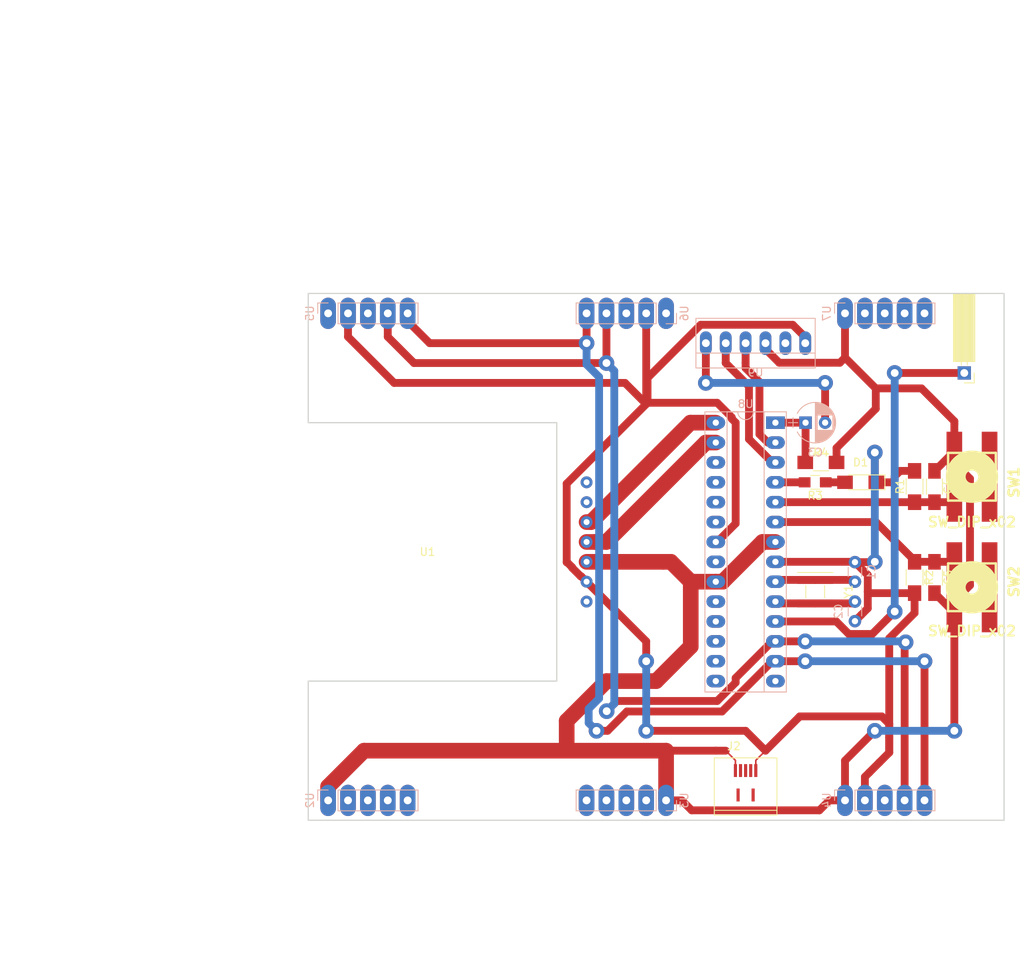
<source format=kicad_pcb>
(kicad_pcb (version 4) (host pcbnew 4.0.6)

  (general
    (links 52)
    (no_connects 1)
    (area 62.000001 13.81 193.44475 139.860001)
    (thickness 1.6)
    (drawings 22)
    (tracks 228)
    (zones 0)
    (modules 24)
    (nets 19)
  )

  (page A4)
  (layers
    (0 F.Cu signal)
    (31 B.Cu signal)
    (32 B.Adhes user)
    (33 F.Adhes user)
    (34 B.Paste user hide)
    (35 F.Paste user hide)
    (36 B.SilkS user hide)
    (37 F.SilkS user)
    (38 B.Mask user)
    (39 F.Mask user hide)
    (40 Dwgs.User user)
    (41 Cmts.User user)
    (42 Eco1.User user)
    (43 Eco2.User user)
    (44 Edge.Cuts user)
    (45 Margin user)
    (46 B.CrtYd user)
    (47 F.CrtYd user)
    (48 B.Fab user)
    (49 F.Fab user)
  )

  (setup
    (last_trace_width 2)
    (user_trace_width 0.2)
    (user_trace_width 0.3)
    (user_trace_width 0.4)
    (user_trace_width 1)
    (user_trace_width 1.2)
    (user_trace_width 1.6)
    (user_trace_width 1.8)
    (trace_clearance 0.34)
    (zone_clearance 0.5)
    (zone_45_only no)
    (trace_min 0.2)
    (segment_width 0.2)
    (edge_width 0.15)
    (via_size 2)
    (via_drill 1)
    (via_min_size 0.4)
    (via_min_drill 0.3)
    (uvia_size 0.3)
    (uvia_drill 0.1)
    (uvias_allowed no)
    (uvia_min_size 0.2)
    (uvia_min_drill 0.1)
    (pcb_text_width 0.3)
    (pcb_text_size 1.5 1.5)
    (mod_edge_width 0.15)
    (mod_text_size 1 1)
    (mod_text_width 0.15)
    (pad_size 1.65 0.4)
    (pad_drill 0)
    (pad_to_mask_clearance 0.2)
    (aux_axis_origin 101.6 50.8)
    (visible_elements 7FFFFFFF)
    (pcbplotparams
      (layerselection 0x01800_00000001)
      (usegerberextensions false)
      (excludeedgelayer true)
      (linewidth 0.100000)
      (plotframeref false)
      (viasonmask false)
      (mode 1)
      (useauxorigin true)
      (hpglpennumber 1)
      (hpglpenspeed 20)
      (hpglpendiameter 15)
      (hpglpenoverlay 2)
      (psnegative false)
      (psa4output false)
      (plotreference true)
      (plotvalue true)
      (plotinvisibletext false)
      (padsonsilk false)
      (subtractmaskfromsilk false)
      (outputformat 1)
      (mirror false)
      (drillshape 0)
      (scaleselection 1)
      (outputdirectory gerber))
  )

  (net 0 "")
  (net 1 MAX_IN)
  (net 2 LATCH)
  (net 3 CLK)
  (net 4 SDA)
  (net 5 SCL)
  (net 6 VCC)
  (net 7 GND)
  (net 8 OSC1)
  (net 9 OSC2)
  (net 10 RESET)
  (net 11 "Net-(C3-Pad2)")
  (net 12 SW1)
  (net 13 SW2)
  (net 14 "Net-(D1-Pad2)")
  (net 15 "Net-(J2-Pad6)")
  (net 16 LED)
  (net 17 RX)
  (net 18 TX)

  (net_class Default "Dies ist die voreingestellte Netzklasse."
    (clearance 0.34)
    (trace_width 2)
    (via_dia 2)
    (via_drill 1)
    (uvia_dia 0.3)
    (uvia_drill 0.1)
    (add_net CLK)
    (add_net GND)
    (add_net LATCH)
    (add_net LED)
    (add_net MAX_IN)
    (add_net "Net-(C3-Pad2)")
    (add_net "Net-(D1-Pad2)")
    (add_net "Net-(J2-Pad6)")
    (add_net OSC1)
    (add_net OSC2)
    (add_net RESET)
    (add_net RX)
    (add_net SCL)
    (add_net SDA)
    (add_net SW1)
    (add_net SW2)
    (add_net TX)
    (add_net VCC)
  )

  (net_class 0,4mm ""
    (clearance 0.1)
    (trace_width 0.4)
    (via_dia 2)
    (via_drill 1)
    (uvia_dia 0.3)
    (uvia_drill 0.1)
  )

  (net_class 1mm ""
    (clearance 0.5)
    (trace_width 1)
    (via_dia 2)
    (via_drill 1)
    (uvia_dia 0.3)
    (uvia_drill 0.1)
  )

  (module Socket_Strips:Socket_Strip_Angled_1x01_Pitch2.54mm (layer F.Cu) (tedit 597DE67D) (tstamp 597C5703)
    (at 185.42 60.96 270)
    (descr "Through hole angled socket strip, 1x01, 2.54mm pitch, 8.51mm socket length, single row")
    (tags "Through hole angled socket strip THT 1x01 2.54mm single row")
    (path /597B8EB0)
    (fp_text reference J1 (at -4.38 -2.27 270) (layer F.SilkS) hide
      (effects (font (size 1 1) (thickness 0.15)))
    )
    (fp_text value CONN_01X01_MALE (at -4.38 2.27 270) (layer F.Fab)
      (effects (font (size 1 1) (thickness 0.15)))
    )
    (fp_line (start -1.52 -1.27) (end -1.52 1.27) (layer F.Fab) (width 0.1))
    (fp_line (start -1.52 1.27) (end -10.03 1.27) (layer F.Fab) (width 0.1))
    (fp_line (start -10.03 1.27) (end -10.03 -1.27) (layer F.Fab) (width 0.1))
    (fp_line (start -10.03 -1.27) (end -1.52 -1.27) (layer F.Fab) (width 0.1))
    (fp_line (start 0 -0.32) (end 0 0.32) (layer F.Fab) (width 0.1))
    (fp_line (start 0 0.32) (end -1.52 0.32) (layer F.Fab) (width 0.1))
    (fp_line (start -1.52 0.32) (end -1.52 -0.32) (layer F.Fab) (width 0.1))
    (fp_line (start -1.52 -0.32) (end 0 -0.32) (layer F.Fab) (width 0.1))
    (fp_line (start -1.46 -1.33) (end -1.46 1.33) (layer F.SilkS) (width 0.12))
    (fp_line (start -1.46 1.33) (end -10.09 1.33) (layer F.SilkS) (width 0.12))
    (fp_line (start -10.09 1.33) (end -10.09 -1.33) (layer F.SilkS) (width 0.12))
    (fp_line (start -10.09 -1.33) (end -1.46 -1.33) (layer F.SilkS) (width 0.12))
    (fp_line (start -1.46 -1.33) (end -1.46 1.27) (layer F.SilkS) (width 0.12))
    (fp_line (start -1.46 1.27) (end -10.09 1.27) (layer F.SilkS) (width 0.12))
    (fp_line (start -10.09 1.27) (end -10.09 -1.33) (layer F.SilkS) (width 0.12))
    (fp_line (start -10.09 -1.33) (end -1.46 -1.33) (layer F.SilkS) (width 0.12))
    (fp_line (start -1.03 -0.38) (end -1.46 -0.38) (layer F.SilkS) (width 0.12))
    (fp_line (start -1.03 0.38) (end -1.46 0.38) (layer F.SilkS) (width 0.12))
    (fp_line (start -1.46 -1.15) (end -10.09 -1.15) (layer F.SilkS) (width 0.12))
    (fp_line (start -1.46 -1.03) (end -10.09 -1.03) (layer F.SilkS) (width 0.12))
    (fp_line (start -1.46 -0.91) (end -10.09 -0.91) (layer F.SilkS) (width 0.12))
    (fp_line (start -1.46 -0.79) (end -10.09 -0.79) (layer F.SilkS) (width 0.12))
    (fp_line (start -1.46 -0.67) (end -10.09 -0.67) (layer F.SilkS) (width 0.12))
    (fp_line (start -1.46 -0.55) (end -10.09 -0.55) (layer F.SilkS) (width 0.12))
    (fp_line (start -1.46 -0.43) (end -10.09 -0.43) (layer F.SilkS) (width 0.12))
    (fp_line (start -1.46 -0.31) (end -10.09 -0.31) (layer F.SilkS) (width 0.12))
    (fp_line (start -1.46 -0.19) (end -10.09 -0.19) (layer F.SilkS) (width 0.12))
    (fp_line (start -1.46 -0.07) (end -10.09 -0.07) (layer F.SilkS) (width 0.12))
    (fp_line (start -1.46 0.05) (end -10.09 0.05) (layer F.SilkS) (width 0.12))
    (fp_line (start -1.46 0.17) (end -10.09 0.17) (layer F.SilkS) (width 0.12))
    (fp_line (start -1.46 0.29) (end -10.09 0.29) (layer F.SilkS) (width 0.12))
    (fp_line (start -1.46 0.41) (end -10.09 0.41) (layer F.SilkS) (width 0.12))
    (fp_line (start -1.46 0.53) (end -10.09 0.53) (layer F.SilkS) (width 0.12))
    (fp_line (start -1.46 0.65) (end -10.09 0.65) (layer F.SilkS) (width 0.12))
    (fp_line (start -1.46 0.77) (end -10.09 0.77) (layer F.SilkS) (width 0.12))
    (fp_line (start -1.46 0.89) (end -10.09 0.89) (layer F.SilkS) (width 0.12))
    (fp_line (start -1.46 1.01) (end -10.09 1.01) (layer F.SilkS) (width 0.12))
    (fp_line (start -1.46 1.13) (end -10.09 1.13) (layer F.SilkS) (width 0.12))
    (fp_line (start -1.46 1.25) (end -10.09 1.25) (layer F.SilkS) (width 0.12))
    (fp_line (start -1.46 1.37) (end -10.09 1.37) (layer F.SilkS) (width 0.12))
    (fp_line (start 0 -1.27) (end 1.27 -1.27) (layer F.SilkS) (width 0.12))
    (fp_line (start 1.27 -1.27) (end 1.27 0) (layer F.SilkS) (width 0.12))
    (fp_line (start 1.8 -1.8) (end 1.8 1.8) (layer F.CrtYd) (width 0.05))
    (fp_line (start 1.8 1.8) (end -10.55 1.8) (layer F.CrtYd) (width 0.05))
    (fp_line (start -10.55 1.8) (end -10.55 -1.8) (layer F.CrtYd) (width 0.05))
    (fp_line (start -10.55 -1.8) (end 1.8 -1.8) (layer F.CrtYd) (width 0.05))
    (fp_text user %R (at -4.38 -2.27 270) (layer F.Fab) hide
      (effects (font (size 1 1) (thickness 0.15)))
    )
    (pad 1 thru_hole rect (at 0 0 270) (size 1.7 1.7) (drill 1) (layers *.Cu *.Mask)
      (net 1 MAX_IN))
    (model ${KISYS3DMOD}/Socket_Strips.3dshapes/Socket_Strip_Angled_1x01_Pitch2.54mm.wrl
      (at (xyz 0 0 0))
      (scale (xyz 1 1 1))
      (rotate (xyz 0 0 270))
    )
  )

  (module Socket_Strips:Socket_Strip_Straight_1x05_Pitch2.54mm (layer B.Cu) (tedit 58CD5446) (tstamp 597C571C)
    (at 104.14 115.57 270)
    (descr "Through hole straight socket strip, 1x05, 2.54mm pitch, single row")
    (tags "Through hole socket strip THT 1x05 2.54mm single row")
    (path /596A2A6D)
    (fp_text reference U2 (at 0 2.33 270) (layer B.SilkS)
      (effects (font (size 1 1) (thickness 0.15)) (justify mirror))
    )
    (fp_text value MAX7219_IN (at 0 -12.49 270) (layer B.Fab)
      (effects (font (size 1 1) (thickness 0.15)) (justify mirror))
    )
    (fp_line (start -1.27 1.27) (end -1.27 -11.43) (layer B.Fab) (width 0.1))
    (fp_line (start -1.27 -11.43) (end 1.27 -11.43) (layer B.Fab) (width 0.1))
    (fp_line (start 1.27 -11.43) (end 1.27 1.27) (layer B.Fab) (width 0.1))
    (fp_line (start 1.27 1.27) (end -1.27 1.27) (layer B.Fab) (width 0.1))
    (fp_line (start -1.33 -1.27) (end -1.33 -11.49) (layer B.SilkS) (width 0.12))
    (fp_line (start -1.33 -11.49) (end 1.33 -11.49) (layer B.SilkS) (width 0.12))
    (fp_line (start 1.33 -11.49) (end 1.33 -1.27) (layer B.SilkS) (width 0.12))
    (fp_line (start 1.33 -1.27) (end -1.33 -1.27) (layer B.SilkS) (width 0.12))
    (fp_line (start -1.33 0) (end -1.33 1.33) (layer B.SilkS) (width 0.12))
    (fp_line (start -1.33 1.33) (end 0 1.33) (layer B.SilkS) (width 0.12))
    (fp_line (start -1.8 1.8) (end -1.8 -11.95) (layer B.CrtYd) (width 0.05))
    (fp_line (start -1.8 -11.95) (end 1.8 -11.95) (layer B.CrtYd) (width 0.05))
    (fp_line (start 1.8 -11.95) (end 1.8 1.8) (layer B.CrtYd) (width 0.05))
    (fp_line (start 1.8 1.8) (end -1.8 1.8) (layer B.CrtYd) (width 0.05))
    (fp_text user %R (at 0 2.33 270) (layer B.Fab)
      (effects (font (size 1 1) (thickness 0.15)) (justify mirror))
    )
    (pad 1 thru_hole oval (at 0 0 270) (size 4 2) (drill 1) (layers *.Cu *.Mask)
      (net 6 VCC))
    (pad 2 thru_hole oval (at 0 -2.54 270) (size 4 2) (drill 1) (layers *.Cu *.Mask))
    (pad 3 thru_hole oval (at 0 -5.08 270) (size 4 2) (drill 1) (layers *.Cu *.Mask))
    (pad 4 thru_hole oval (at 0 -7.62 270) (size 4 2) (drill 1) (layers *.Cu *.Mask))
    (pad 5 thru_hole oval (at 0 -10.16 270) (size 4 2) (drill 1) (layers *.Cu *.Mask))
    (model ${KISYS3DMOD}/Socket_Strips.3dshapes/Socket_Strip_Straight_1x05_Pitch2.54mm.wrl
      (at (xyz 0 -0.2 0))
      (scale (xyz 1 1 1))
      (rotate (xyz 0 0 270))
    )
  )

  (module Socket_Strips:Socket_Strip_Straight_1x05_Pitch2.54mm (layer B.Cu) (tedit 58CD5446) (tstamp 597C5725)
    (at 147.32 115.57 90)
    (descr "Through hole straight socket strip, 1x05, 2.54mm pitch, single row")
    (tags "Through hole socket strip THT 1x05 2.54mm single row")
    (path /597B8DED)
    (fp_text reference U3 (at 0 2.33 90) (layer B.SilkS)
      (effects (font (size 1 1) (thickness 0.15)) (justify mirror))
    )
    (fp_text value MAX7219_IN (at 0 -12.49 90) (layer B.Fab)
      (effects (font (size 1 1) (thickness 0.15)) (justify mirror))
    )
    (fp_line (start -1.27 1.27) (end -1.27 -11.43) (layer B.Fab) (width 0.1))
    (fp_line (start -1.27 -11.43) (end 1.27 -11.43) (layer B.Fab) (width 0.1))
    (fp_line (start 1.27 -11.43) (end 1.27 1.27) (layer B.Fab) (width 0.1))
    (fp_line (start 1.27 1.27) (end -1.27 1.27) (layer B.Fab) (width 0.1))
    (fp_line (start -1.33 -1.27) (end -1.33 -11.49) (layer B.SilkS) (width 0.12))
    (fp_line (start -1.33 -11.49) (end 1.33 -11.49) (layer B.SilkS) (width 0.12))
    (fp_line (start 1.33 -11.49) (end 1.33 -1.27) (layer B.SilkS) (width 0.12))
    (fp_line (start 1.33 -1.27) (end -1.33 -1.27) (layer B.SilkS) (width 0.12))
    (fp_line (start -1.33 0) (end -1.33 1.33) (layer B.SilkS) (width 0.12))
    (fp_line (start -1.33 1.33) (end 0 1.33) (layer B.SilkS) (width 0.12))
    (fp_line (start -1.8 1.8) (end -1.8 -11.95) (layer B.CrtYd) (width 0.05))
    (fp_line (start -1.8 -11.95) (end 1.8 -11.95) (layer B.CrtYd) (width 0.05))
    (fp_line (start 1.8 -11.95) (end 1.8 1.8) (layer B.CrtYd) (width 0.05))
    (fp_line (start 1.8 1.8) (end -1.8 1.8) (layer B.CrtYd) (width 0.05))
    (fp_text user %R (at 0 2.33 90) (layer B.Fab)
      (effects (font (size 1 1) (thickness 0.15)) (justify mirror))
    )
    (pad 1 thru_hole oval (at 0 0 90) (size 4 2) (drill 1) (layers *.Cu *.Mask)
      (net 6 VCC))
    (pad 2 thru_hole oval (at 0 -2.54 90) (size 4 2) (drill 1) (layers *.Cu *.Mask))
    (pad 3 thru_hole oval (at 0 -5.08 90) (size 4 2) (drill 1) (layers *.Cu *.Mask))
    (pad 4 thru_hole oval (at 0 -7.62 90) (size 4 2) (drill 1) (layers *.Cu *.Mask))
    (pad 5 thru_hole oval (at 0 -10.16 90) (size 4 2) (drill 1) (layers *.Cu *.Mask))
    (model ${KISYS3DMOD}/Socket_Strips.3dshapes/Socket_Strip_Straight_1x05_Pitch2.54mm.wrl
      (at (xyz 0 -0.2 0))
      (scale (xyz 1 1 1))
      (rotate (xyz 0 0 270))
    )
  )

  (module Socket_Strips:Socket_Strip_Straight_1x05_Pitch2.54mm (layer B.Cu) (tedit 58CD5446) (tstamp 597C572E)
    (at 170.18 115.57 270)
    (descr "Through hole straight socket strip, 1x05, 2.54mm pitch, single row")
    (tags "Through hole socket strip THT 1x05 2.54mm single row")
    (path /597B8E78)
    (fp_text reference U4 (at 0 2.33 270) (layer B.SilkS)
      (effects (font (size 1 1) (thickness 0.15)) (justify mirror))
    )
    (fp_text value MAX7219_IN (at 0 -12.49 270) (layer B.Fab)
      (effects (font (size 1 1) (thickness 0.15)) (justify mirror))
    )
    (fp_line (start -1.27 1.27) (end -1.27 -11.43) (layer B.Fab) (width 0.1))
    (fp_line (start -1.27 -11.43) (end 1.27 -11.43) (layer B.Fab) (width 0.1))
    (fp_line (start 1.27 -11.43) (end 1.27 1.27) (layer B.Fab) (width 0.1))
    (fp_line (start 1.27 1.27) (end -1.27 1.27) (layer B.Fab) (width 0.1))
    (fp_line (start -1.33 -1.27) (end -1.33 -11.49) (layer B.SilkS) (width 0.12))
    (fp_line (start -1.33 -11.49) (end 1.33 -11.49) (layer B.SilkS) (width 0.12))
    (fp_line (start 1.33 -11.49) (end 1.33 -1.27) (layer B.SilkS) (width 0.12))
    (fp_line (start 1.33 -1.27) (end -1.33 -1.27) (layer B.SilkS) (width 0.12))
    (fp_line (start -1.33 0) (end -1.33 1.33) (layer B.SilkS) (width 0.12))
    (fp_line (start -1.33 1.33) (end 0 1.33) (layer B.SilkS) (width 0.12))
    (fp_line (start -1.8 1.8) (end -1.8 -11.95) (layer B.CrtYd) (width 0.05))
    (fp_line (start -1.8 -11.95) (end 1.8 -11.95) (layer B.CrtYd) (width 0.05))
    (fp_line (start 1.8 -11.95) (end 1.8 1.8) (layer B.CrtYd) (width 0.05))
    (fp_line (start 1.8 1.8) (end -1.8 1.8) (layer B.CrtYd) (width 0.05))
    (fp_text user %R (at 0 2.33 270) (layer B.Fab)
      (effects (font (size 1 1) (thickness 0.15)) (justify mirror))
    )
    (pad 1 thru_hole oval (at 0 0 270) (size 4 2) (drill 1) (layers *.Cu *.Mask)
      (net 6 VCC))
    (pad 2 thru_hole oval (at 0 -2.54 270) (size 4 2) (drill 1) (layers *.Cu *.Mask)
      (net 7 GND))
    (pad 3 thru_hole oval (at 0 -5.08 270) (size 4 2) (drill 1) (layers *.Cu *.Mask))
    (pad 4 thru_hole oval (at 0 -7.62 270) (size 4 2) (drill 1) (layers *.Cu *.Mask)
      (net 2 LATCH))
    (pad 5 thru_hole oval (at 0 -10.16 270) (size 4 2) (drill 1) (layers *.Cu *.Mask)
      (net 3 CLK))
    (model ${KISYS3DMOD}/Socket_Strips.3dshapes/Socket_Strip_Straight_1x05_Pitch2.54mm.wrl
      (at (xyz 0 -0.2 0))
      (scale (xyz 1 1 1))
      (rotate (xyz 0 0 270))
    )
  )

  (module Socket_Strips:Socket_Strip_Straight_1x05_Pitch2.54mm (layer B.Cu) (tedit 597C7995) (tstamp 597C5737)
    (at 104.14 53.34 270)
    (descr "Through hole straight socket strip, 1x05, 2.54mm pitch, single row")
    (tags "Through hole socket strip THT 1x05 2.54mm single row")
    (path /597B8E8D)
    (fp_text reference U5 (at 0 2.33 270) (layer B.SilkS)
      (effects (font (size 1 1) (thickness 0.15)) (justify mirror))
    )
    (fp_text value MAX7219_IN (at 0 -12.49 270) (layer B.Fab)
      (effects (font (size 1 1) (thickness 0.15)) (justify mirror))
    )
    (fp_line (start -1.27 1.27) (end -1.27 -11.43) (layer B.Fab) (width 0.1))
    (fp_line (start -1.27 -11.43) (end 1.27 -11.43) (layer B.Fab) (width 0.1))
    (fp_line (start 1.27 -11.43) (end 1.27 1.27) (layer B.Fab) (width 0.1))
    (fp_line (start 1.27 1.27) (end -1.27 1.27) (layer B.Fab) (width 0.1))
    (fp_line (start -1.33 -1.27) (end -1.33 -11.49) (layer B.SilkS) (width 0.12))
    (fp_line (start -1.33 -11.49) (end 1.33 -11.49) (layer B.SilkS) (width 0.12))
    (fp_line (start 1.33 -11.49) (end 1.33 -1.27) (layer B.SilkS) (width 0.12))
    (fp_line (start 1.33 -1.27) (end -1.33 -1.27) (layer B.SilkS) (width 0.12))
    (fp_line (start -1.33 0) (end -1.33 1.33) (layer B.SilkS) (width 0.12))
    (fp_line (start -1.33 1.33) (end 0 1.33) (layer B.SilkS) (width 0.12))
    (fp_line (start -1.8 1.8) (end -1.8 -11.95) (layer B.CrtYd) (width 0.05))
    (fp_line (start -1.8 -11.95) (end 1.8 -11.95) (layer B.CrtYd) (width 0.05))
    (fp_line (start 1.8 -11.95) (end 1.8 1.8) (layer B.CrtYd) (width 0.05))
    (fp_line (start 1.8 1.8) (end -1.8 1.8) (layer B.CrtYd) (width 0.05))
    (fp_text user %R (at 0 2.33 270) (layer B.Fab)
      (effects (font (size 1 1) (thickness 0.15)) (justify mirror))
    )
    (pad 1 thru_hole oval (at 0 0 270) (size 4 2) (drill 1) (layers *.Cu *.Mask))
    (pad 2 thru_hole oval (at 0 -2.54 270) (size 4 2) (drill 1) (layers *.Cu *.Mask)
      (net 7 GND))
    (pad 3 thru_hole oval (at 0 -5.08 270) (size 4 2) (drill 1) (layers *.Cu *.Mask))
    (pad 4 thru_hole oval (at 0 -7.62 270) (size 4 2) (drill 1) (layers *.Cu *.Mask)
      (net 2 LATCH))
    (pad 5 thru_hole oval (at 0 -10.16 270) (size 4 2) (drill 1) (layers *.Cu *.Mask)
      (net 3 CLK))
    (model ${KISYS3DMOD}/Socket_Strips.3dshapes/Socket_Strip_Straight_1x05_Pitch2.54mm.wrl
      (at (xyz 0 -0.2 0))
      (scale (xyz 1 1 1))
      (rotate (xyz 0 0 270))
    )
  )

  (module Socket_Strips:Socket_Strip_Straight_1x05_Pitch2.54mm (layer B.Cu) (tedit 58CD5446) (tstamp 597C607C)
    (at 147.32 53.34 90)
    (descr "Through hole straight socket strip, 1x05, 2.54mm pitch, single row")
    (tags "Through hole socket strip THT 1x05 2.54mm single row")
    (path /597C60B3)
    (fp_text reference U6 (at 0 2.33 90) (layer B.SilkS)
      (effects (font (size 1 1) (thickness 0.15)) (justify mirror))
    )
    (fp_text value MAX7219_IN (at 0 -12.49 90) (layer B.Fab)
      (effects (font (size 1 1) (thickness 0.15)) (justify mirror))
    )
    (fp_line (start -1.27 1.27) (end -1.27 -11.43) (layer B.Fab) (width 0.1))
    (fp_line (start -1.27 -11.43) (end 1.27 -11.43) (layer B.Fab) (width 0.1))
    (fp_line (start 1.27 -11.43) (end 1.27 1.27) (layer B.Fab) (width 0.1))
    (fp_line (start 1.27 1.27) (end -1.27 1.27) (layer B.Fab) (width 0.1))
    (fp_line (start -1.33 -1.27) (end -1.33 -11.49) (layer B.SilkS) (width 0.12))
    (fp_line (start -1.33 -11.49) (end 1.33 -11.49) (layer B.SilkS) (width 0.12))
    (fp_line (start 1.33 -11.49) (end 1.33 -1.27) (layer B.SilkS) (width 0.12))
    (fp_line (start 1.33 -1.27) (end -1.33 -1.27) (layer B.SilkS) (width 0.12))
    (fp_line (start -1.33 0) (end -1.33 1.33) (layer B.SilkS) (width 0.12))
    (fp_line (start -1.33 1.33) (end 0 1.33) (layer B.SilkS) (width 0.12))
    (fp_line (start -1.8 1.8) (end -1.8 -11.95) (layer B.CrtYd) (width 0.05))
    (fp_line (start -1.8 -11.95) (end 1.8 -11.95) (layer B.CrtYd) (width 0.05))
    (fp_line (start 1.8 -11.95) (end 1.8 1.8) (layer B.CrtYd) (width 0.05))
    (fp_line (start 1.8 1.8) (end -1.8 1.8) (layer B.CrtYd) (width 0.05))
    (fp_text user %R (at 0 2.33 90) (layer B.Fab)
      (effects (font (size 1 1) (thickness 0.15)) (justify mirror))
    )
    (pad 1 thru_hole oval (at 0 0 90) (size 4 2) (drill 1) (layers *.Cu *.Mask))
    (pad 2 thru_hole oval (at 0 -2.54 90) (size 4 2) (drill 1) (layers *.Cu *.Mask)
      (net 7 GND))
    (pad 3 thru_hole oval (at 0 -5.08 90) (size 4 2) (drill 1) (layers *.Cu *.Mask))
    (pad 4 thru_hole oval (at 0 -7.62 90) (size 4 2) (drill 1) (layers *.Cu *.Mask)
      (net 2 LATCH))
    (pad 5 thru_hole oval (at 0 -10.16 90) (size 4 2) (drill 1) (layers *.Cu *.Mask)
      (net 3 CLK))
    (model ${KISYS3DMOD}/Socket_Strips.3dshapes/Socket_Strip_Straight_1x05_Pitch2.54mm.wrl
      (at (xyz 0 -0.2 0))
      (scale (xyz 1 1 1))
      (rotate (xyz 0 0 270))
    )
  )

  (module Socket_Strips:Socket_Strip_Straight_1x05_Pitch2.54mm (layer B.Cu) (tedit 58CD5446) (tstamp 597C6085)
    (at 170.18 53.34 270)
    (descr "Through hole straight socket strip, 1x05, 2.54mm pitch, single row")
    (tags "Through hole socket strip THT 1x05 2.54mm single row")
    (path /597C60C8)
    (fp_text reference U7 (at 0 2.33 270) (layer B.SilkS)
      (effects (font (size 1 1) (thickness 0.15)) (justify mirror))
    )
    (fp_text value MAX7219_IN (at 0 -12.49 270) (layer B.Fab)
      (effects (font (size 1 1) (thickness 0.15)) (justify mirror))
    )
    (fp_line (start -1.27 1.27) (end -1.27 -11.43) (layer B.Fab) (width 0.1))
    (fp_line (start -1.27 -11.43) (end 1.27 -11.43) (layer B.Fab) (width 0.1))
    (fp_line (start 1.27 -11.43) (end 1.27 1.27) (layer B.Fab) (width 0.1))
    (fp_line (start 1.27 1.27) (end -1.27 1.27) (layer B.Fab) (width 0.1))
    (fp_line (start -1.33 -1.27) (end -1.33 -11.49) (layer B.SilkS) (width 0.12))
    (fp_line (start -1.33 -11.49) (end 1.33 -11.49) (layer B.SilkS) (width 0.12))
    (fp_line (start 1.33 -11.49) (end 1.33 -1.27) (layer B.SilkS) (width 0.12))
    (fp_line (start 1.33 -1.27) (end -1.33 -1.27) (layer B.SilkS) (width 0.12))
    (fp_line (start -1.33 0) (end -1.33 1.33) (layer B.SilkS) (width 0.12))
    (fp_line (start -1.33 1.33) (end 0 1.33) (layer B.SilkS) (width 0.12))
    (fp_line (start -1.8 1.8) (end -1.8 -11.95) (layer B.CrtYd) (width 0.05))
    (fp_line (start -1.8 -11.95) (end 1.8 -11.95) (layer B.CrtYd) (width 0.05))
    (fp_line (start 1.8 -11.95) (end 1.8 1.8) (layer B.CrtYd) (width 0.05))
    (fp_line (start 1.8 1.8) (end -1.8 1.8) (layer B.CrtYd) (width 0.05))
    (fp_text user %R (at 0 2.33 270) (layer B.Fab)
      (effects (font (size 1 1) (thickness 0.15)) (justify mirror))
    )
    (pad 1 thru_hole oval (at 0 0 270) (size 4 2) (drill 1) (layers *.Cu *.Mask)
      (net 6 VCC))
    (pad 2 thru_hole oval (at 0 -2.54 270) (size 4 2) (drill 1) (layers *.Cu *.Mask))
    (pad 3 thru_hole oval (at 0 -5.08 270) (size 4 2) (drill 1) (layers *.Cu *.Mask))
    (pad 4 thru_hole oval (at 0 -7.62 270) (size 4 2) (drill 1) (layers *.Cu *.Mask))
    (pad 5 thru_hole oval (at 0 -10.16 270) (size 4 2) (drill 1) (layers *.Cu *.Mask))
    (model ${KISYS3DMOD}/Socket_Strips.3dshapes/Socket_Strip_Straight_1x05_Pitch2.54mm.wrl
      (at (xyz 0 -0.2 0))
      (scale (xyz 1 1 1))
      (rotate (xyz 0 0 270))
    )
  )

  (module Capacitors_THT:C_Disc_D3.0mm_W1.6mm_P2.50mm (layer B.Cu) (tedit 597BC7C2) (tstamp 598F1986)
    (at 171.45 87.63 90)
    (descr "C, Disc series, Radial, pin pitch=2.50mm, , diameter*width=3.0*1.6mm^2, Capacitor, http://www.vishay.com/docs/45233/krseries.pdf")
    (tags "C Disc series Radial pin pitch 2.50mm  diameter 3.0mm width 1.6mm Capacitor")
    (path /598E090A)
    (fp_text reference C1 (at 1.25 2.11 90) (layer B.SilkS)
      (effects (font (size 1 1) (thickness 0.15)) (justify mirror))
    )
    (fp_text value 22pF (at 1.25 -2.11 90) (layer B.Fab)
      (effects (font (size 1 1) (thickness 0.15)) (justify mirror))
    )
    (fp_line (start -0.25 0.8) (end -0.25 -0.8) (layer B.Fab) (width 0.1))
    (fp_line (start -0.25 -0.8) (end 2.75 -0.8) (layer B.Fab) (width 0.1))
    (fp_line (start 2.75 -0.8) (end 2.75 0.8) (layer B.Fab) (width 0.1))
    (fp_line (start 2.75 0.8) (end -0.25 0.8) (layer B.Fab) (width 0.1))
    (fp_line (start 0.663 0.861) (end 1.837 0.861) (layer B.SilkS) (width 0.12))
    (fp_line (start 0.663 -0.861) (end 1.837 -0.861) (layer B.SilkS) (width 0.12))
    (fp_line (start -1.05 1.15) (end -1.05 -1.15) (layer B.CrtYd) (width 0.05))
    (fp_line (start -1.05 -1.15) (end 3.55 -1.15) (layer B.CrtYd) (width 0.05))
    (fp_line (start 3.55 -1.15) (end 3.55 1.15) (layer B.CrtYd) (width 0.05))
    (fp_line (start 3.55 1.15) (end -1.05 1.15) (layer B.CrtYd) (width 0.05))
    (fp_text user %R (at 1.25 0 90) (layer B.Fab)
      (effects (font (size 1 1) (thickness 0.15)) (justify mirror))
    )
    (pad 1 thru_hole circle (at 0 0 90) (size 1.6 1.6) (drill 0.8) (layers *.Cu *.Mask)
      (net 8 OSC1))
    (pad 2 thru_hole circle (at 2.5 0 90) (size 1.6 1.6) (drill 0.8) (layers *.Cu *.Mask)
      (net 7 GND))
    (model ${KISYS3DMOD}/Capacitors_THT.3dshapes/C_Disc_D3.0mm_W1.6mm_P2.50mm.wrl
      (at (xyz 0 0 0))
      (scale (xyz 0.4 0.4 0.4))
      (rotate (xyz 0 0 0))
    )
  )

  (module Capacitors_THT:C_Disc_D3.0mm_W1.6mm_P2.50mm (layer B.Cu) (tedit 597BC7C2) (tstamp 598F198C)
    (at 171.45 90.17 270)
    (descr "C, Disc series, Radial, pin pitch=2.50mm, , diameter*width=3.0*1.6mm^2, Capacitor, http://www.vishay.com/docs/45233/krseries.pdf")
    (tags "C Disc series Radial pin pitch 2.50mm  diameter 3.0mm width 1.6mm Capacitor")
    (path /598E0A25)
    (fp_text reference C2 (at 1.25 2.11 270) (layer B.SilkS)
      (effects (font (size 1 1) (thickness 0.15)) (justify mirror))
    )
    (fp_text value 22pF (at 1.25 -2.11 270) (layer B.Fab)
      (effects (font (size 1 1) (thickness 0.15)) (justify mirror))
    )
    (fp_line (start -0.25 0.8) (end -0.25 -0.8) (layer B.Fab) (width 0.1))
    (fp_line (start -0.25 -0.8) (end 2.75 -0.8) (layer B.Fab) (width 0.1))
    (fp_line (start 2.75 -0.8) (end 2.75 0.8) (layer B.Fab) (width 0.1))
    (fp_line (start 2.75 0.8) (end -0.25 0.8) (layer B.Fab) (width 0.1))
    (fp_line (start 0.663 0.861) (end 1.837 0.861) (layer B.SilkS) (width 0.12))
    (fp_line (start 0.663 -0.861) (end 1.837 -0.861) (layer B.SilkS) (width 0.12))
    (fp_line (start -1.05 1.15) (end -1.05 -1.15) (layer B.CrtYd) (width 0.05))
    (fp_line (start -1.05 -1.15) (end 3.55 -1.15) (layer B.CrtYd) (width 0.05))
    (fp_line (start 3.55 -1.15) (end 3.55 1.15) (layer B.CrtYd) (width 0.05))
    (fp_line (start 3.55 1.15) (end -1.05 1.15) (layer B.CrtYd) (width 0.05))
    (fp_text user %R (at 1.25 0 270) (layer B.Fab)
      (effects (font (size 1 1) (thickness 0.15)) (justify mirror))
    )
    (pad 1 thru_hole circle (at 0 0 270) (size 1.6 1.6) (drill 0.8) (layers *.Cu *.Mask)
      (net 9 OSC2))
    (pad 2 thru_hole circle (at 2.5 0 270) (size 1.6 1.6) (drill 0.8) (layers *.Cu *.Mask)
      (net 7 GND))
    (model ${KISYS3DMOD}/Capacitors_THT.3dshapes/C_Disc_D3.0mm_W1.6mm_P2.50mm.wrl
      (at (xyz 0 0 0))
      (scale (xyz 0.4 0.4 0.4))
      (rotate (xyz 0 0 0))
    )
  )

  (module Capacitors_SMD:C_1206_HandSoldering (layer F.Cu) (tedit 58AA84D1) (tstamp 598F1998)
    (at 181.61 75.47 270)
    (descr "Capacitor SMD 1206, hand soldering")
    (tags "capacitor 1206")
    (path /598F6208)
    (attr smd)
    (fp_text reference C4 (at 0 -1.75 270) (layer F.SilkS)
      (effects (font (size 1 1) (thickness 0.15)))
    )
    (fp_text value 100nF (at 0 2 270) (layer F.Fab)
      (effects (font (size 1 1) (thickness 0.15)))
    )
    (fp_text user %R (at 0 -1.75 270) (layer F.Fab)
      (effects (font (size 1 1) (thickness 0.15)))
    )
    (fp_line (start -1.6 0.8) (end -1.6 -0.8) (layer F.Fab) (width 0.1))
    (fp_line (start 1.6 0.8) (end -1.6 0.8) (layer F.Fab) (width 0.1))
    (fp_line (start 1.6 -0.8) (end 1.6 0.8) (layer F.Fab) (width 0.1))
    (fp_line (start -1.6 -0.8) (end 1.6 -0.8) (layer F.Fab) (width 0.1))
    (fp_line (start 1 -1.02) (end -1 -1.02) (layer F.SilkS) (width 0.12))
    (fp_line (start -1 1.02) (end 1 1.02) (layer F.SilkS) (width 0.12))
    (fp_line (start -3.25 -1.05) (end 3.25 -1.05) (layer F.CrtYd) (width 0.05))
    (fp_line (start -3.25 -1.05) (end -3.25 1.05) (layer F.CrtYd) (width 0.05))
    (fp_line (start 3.25 1.05) (end 3.25 -1.05) (layer F.CrtYd) (width 0.05))
    (fp_line (start 3.25 1.05) (end -3.25 1.05) (layer F.CrtYd) (width 0.05))
    (pad 1 smd rect (at -2 0 270) (size 2 1.6) (layers F.Cu F.Paste F.Mask)
      (net 6 VCC))
    (pad 2 smd rect (at 2 0 270) (size 2 1.6) (layers F.Cu F.Paste F.Mask)
      (net 12 SW1))
    (model Capacitors_SMD.3dshapes/C_1206.wrl
      (at (xyz 0 0 0))
      (scale (xyz 1 1 1))
      (rotate (xyz 0 0 0))
    )
  )

  (module Capacitors_SMD:C_1206_HandSoldering (layer F.Cu) (tedit 58AA84D1) (tstamp 598F199E)
    (at 181.61 87.09 270)
    (descr "Capacitor SMD 1206, hand soldering")
    (tags "capacitor 1206")
    (path /598F6A52)
    (attr smd)
    (fp_text reference C5 (at 0 -1.75 270) (layer F.SilkS)
      (effects (font (size 1 1) (thickness 0.15)))
    )
    (fp_text value 100nF (at 0 2 270) (layer F.Fab)
      (effects (font (size 1 1) (thickness 0.15)))
    )
    (fp_text user %R (at 0 -1.75 270) (layer F.Fab)
      (effects (font (size 1 1) (thickness 0.15)))
    )
    (fp_line (start -1.6 0.8) (end -1.6 -0.8) (layer F.Fab) (width 0.1))
    (fp_line (start 1.6 0.8) (end -1.6 0.8) (layer F.Fab) (width 0.1))
    (fp_line (start 1.6 -0.8) (end 1.6 0.8) (layer F.Fab) (width 0.1))
    (fp_line (start -1.6 -0.8) (end 1.6 -0.8) (layer F.Fab) (width 0.1))
    (fp_line (start 1 -1.02) (end -1 -1.02) (layer F.SilkS) (width 0.12))
    (fp_line (start -1 1.02) (end 1 1.02) (layer F.SilkS) (width 0.12))
    (fp_line (start -3.25 -1.05) (end 3.25 -1.05) (layer F.CrtYd) (width 0.05))
    (fp_line (start -3.25 -1.05) (end -3.25 1.05) (layer F.CrtYd) (width 0.05))
    (fp_line (start 3.25 1.05) (end 3.25 -1.05) (layer F.CrtYd) (width 0.05))
    (fp_line (start 3.25 1.05) (end -3.25 1.05) (layer F.CrtYd) (width 0.05))
    (pad 1 smd rect (at -2 0 270) (size 2 1.6) (layers F.Cu F.Paste F.Mask)
      (net 13 SW2))
    (pad 2 smd rect (at 2 0 270) (size 2 1.6) (layers F.Cu F.Paste F.Mask)
      (net 6 VCC))
    (model Capacitors_SMD.3dshapes/C_1206.wrl
      (at (xyz 0 0 0))
      (scale (xyz 1 1 1))
      (rotate (xyz 0 0 0))
    )
  )

  (module LEDs:LED_1206_HandSoldering (layer F.Cu) (tedit 595FC724) (tstamp 598F19A4)
    (at 172.18 74.93 180)
    (descr "LED SMD 1206, hand soldering")
    (tags "LED 1206")
    (path /598F0345)
    (attr smd)
    (fp_text reference D1 (at 0 2.54 180) (layer F.SilkS)
      (effects (font (size 1 1) (thickness 0.15)))
    )
    (fp_text value LED (at 0 1.9 180) (layer F.Fab)
      (effects (font (size 1 1) (thickness 0.15)))
    )
    (fp_line (start -3.1 -0.95) (end -3.1 0.95) (layer F.SilkS) (width 0.12))
    (fp_line (start -0.4 0) (end 0.2 -0.4) (layer F.Fab) (width 0.1))
    (fp_line (start 0.2 -0.4) (end 0.2 0.4) (layer F.Fab) (width 0.1))
    (fp_line (start 0.2 0.4) (end -0.4 0) (layer F.Fab) (width 0.1))
    (fp_line (start -0.45 -0.4) (end -0.45 0.4) (layer F.Fab) (width 0.1))
    (fp_line (start -1.6 0.8) (end -1.6 -0.8) (layer F.Fab) (width 0.1))
    (fp_line (start 1.6 0.8) (end -1.6 0.8) (layer F.Fab) (width 0.1))
    (fp_line (start 1.6 -0.8) (end 1.6 0.8) (layer F.Fab) (width 0.1))
    (fp_line (start -1.6 -0.8) (end 1.6 -0.8) (layer F.Fab) (width 0.1))
    (fp_line (start -3.1 0.95) (end 1.6 0.95) (layer F.SilkS) (width 0.12))
    (fp_line (start -3.1 -0.95) (end 1.6 -0.95) (layer F.SilkS) (width 0.12))
    (fp_line (start -3.25 -1.11) (end 3.25 -1.11) (layer F.CrtYd) (width 0.05))
    (fp_line (start -3.25 -1.11) (end -3.25 1.1) (layer F.CrtYd) (width 0.05))
    (fp_line (start 3.25 1.1) (end 3.25 -1.11) (layer F.CrtYd) (width 0.05))
    (fp_line (start 3.25 1.1) (end -3.25 1.1) (layer F.CrtYd) (width 0.05))
    (pad 1 smd rect (at -2 0 180) (size 2 1.7) (layers F.Cu F.Paste F.Mask)
      (net 7 GND))
    (pad 2 smd rect (at 2 0 180) (size 2 1.7) (layers F.Cu F.Paste F.Mask)
      (net 14 "Net-(D1-Pad2)"))
    (model ${KISYS3DMOD}/LEDs.3dshapes/LED_1206.wrl
      (at (xyz 0 0 0))
      (scale (xyz 1 1 1))
      (rotate (xyz 0 0 180))
    )
  )

  (module Connectors:USB_Micro-B_10103594-0001LF (layer F.Cu) (tedit 598F58AB) (tstamp 598F19B3)
    (at 157.48 113.26)
    (descr "Micro USB Type B 10103594-0001LF")
    (tags "USB USB_B USB_micro USB_OTG")
    (path /598EE15E)
    (clearance 0.2)
    (attr smd)
    (fp_text reference J2 (at -1.5 -4.62) (layer F.SilkS)
      (effects (font (size 1 1) (thickness 0.15)))
    )
    (fp_text value MY_USB_OTG (at 0 6.17) (layer F.Fab)
      (effects (font (size 1 1) (thickness 0.15)))
    )
    (fp_line (start -4.25 -3.4) (end 4.25 -3.4) (layer F.CrtYd) (width 0.05))
    (fp_line (start 4.25 -3.4) (end 4.25 4.45) (layer F.CrtYd) (width 0.05))
    (fp_line (start 4.25 4.45) (end -4.25 4.45) (layer F.CrtYd) (width 0.05))
    (fp_line (start -4.25 4.45) (end -4.25 -3.4) (layer F.CrtYd) (width 0.05))
    (fp_line (start -4 4.2) (end 4 4.2) (layer F.SilkS) (width 0.12))
    (fp_line (start -4 -3.12) (end 4 -3.12) (layer F.SilkS) (width 0.12))
    (fp_line (start 4 -3.12) (end 4 4.2) (layer F.SilkS) (width 0.12))
    (fp_line (start 4 3.58) (end -4 3.58) (layer F.SilkS) (width 0.12))
    (fp_line (start -4 4.2) (end -4 -3.12) (layer F.SilkS) (width 0.12))
    (pad 1 smd rect (at -1.3 -1.5 90) (size 1.65 0.4) (layers F.Cu F.Paste F.Mask)
      (net 6 VCC) (solder_mask_margin 0.1) (solder_paste_margin 0.1) (clearance 0.1))
    (pad 2 smd rect (at -0.65 -1.5 90) (size 1.65 0.4) (layers F.Cu)
      (solder_mask_margin 0.1) (solder_paste_margin 0.1) (clearance 0.1))
    (pad 3 smd rect (at 0 -1.5 90) (size 1.65 0.4) (layers F.Cu F.Paste F.Mask)
      (solder_mask_margin 0.1) (solder_paste_margin 0.1) (clearance 0.1))
    (pad 4 smd rect (at 0.65 -1.5 90) (size 1.65 0.4) (layers F.Cu F.Paste F.Mask)
      (solder_mask_margin 0.1) (solder_paste_margin 0.1) (clearance 0.1))
    (pad 5 smd rect (at 1.3 -1.5 90) (size 1.65 0.4) (layers F.Cu F.Paste F.Mask)
      (net 7 GND) (clearance 0.2))
    (pad 6 smd rect (at -0.96 1.62 90) (size 1.65 0.4) (layers F.Cu F.Paste F.Mask)
      (net 15 "Net-(J2-Pad6)"))
    (pad 6 smd rect (at 0.96 1.62 90) (size 1.65 0.4) (layers F.Cu F.Paste F.Mask)
      (net 15 "Net-(J2-Pad6)"))
  )

  (module Resistors_SMD:R_1206_HandSoldering (layer F.Cu) (tedit 58E0A804) (tstamp 598F19B9)
    (at 179.07 75.47 90)
    (descr "Resistor SMD 1206, hand soldering")
    (tags "resistor 1206")
    (path /598F638D)
    (attr smd)
    (fp_text reference R1 (at 0 -1.85 90) (layer F.SilkS)
      (effects (font (size 1 1) (thickness 0.15)))
    )
    (fp_text value 10k (at 0 1.9 90) (layer F.Fab)
      (effects (font (size 1 1) (thickness 0.15)))
    )
    (fp_text user %R (at 0 0 90) (layer F.Fab)
      (effects (font (size 0.7 0.7) (thickness 0.105)))
    )
    (fp_line (start -1.6 0.8) (end -1.6 -0.8) (layer F.Fab) (width 0.1))
    (fp_line (start 1.6 0.8) (end -1.6 0.8) (layer F.Fab) (width 0.1))
    (fp_line (start 1.6 -0.8) (end 1.6 0.8) (layer F.Fab) (width 0.1))
    (fp_line (start -1.6 -0.8) (end 1.6 -0.8) (layer F.Fab) (width 0.1))
    (fp_line (start 1 1.07) (end -1 1.07) (layer F.SilkS) (width 0.12))
    (fp_line (start -1 -1.07) (end 1 -1.07) (layer F.SilkS) (width 0.12))
    (fp_line (start -3.25 -1.11) (end 3.25 -1.11) (layer F.CrtYd) (width 0.05))
    (fp_line (start -3.25 -1.11) (end -3.25 1.1) (layer F.CrtYd) (width 0.05))
    (fp_line (start 3.25 1.1) (end 3.25 -1.11) (layer F.CrtYd) (width 0.05))
    (fp_line (start 3.25 1.1) (end -3.25 1.1) (layer F.CrtYd) (width 0.05))
    (pad 1 smd rect (at -2 0 90) (size 2 1.7) (layers F.Cu F.Paste F.Mask)
      (net 12 SW1))
    (pad 2 smd rect (at 2 0 90) (size 2 1.7) (layers F.Cu F.Paste F.Mask)
      (net 7 GND))
    (model ${KISYS3DMOD}/Resistors_SMD.3dshapes/R_1206.wrl
      (at (xyz 0 0 0))
      (scale (xyz 1 1 1))
      (rotate (xyz 0 0 0))
    )
  )

  (module Resistors_SMD:R_1206_HandSoldering (layer F.Cu) (tedit 58E0A804) (tstamp 598F19BF)
    (at 179.07 87.09 270)
    (descr "Resistor SMD 1206, hand soldering")
    (tags "resistor 1206")
    (path /598F6A5C)
    (attr smd)
    (fp_text reference R2 (at 0 -1.85 270) (layer F.SilkS)
      (effects (font (size 1 1) (thickness 0.15)))
    )
    (fp_text value 10k (at 0 1.9 270) (layer F.Fab)
      (effects (font (size 1 1) (thickness 0.15)))
    )
    (fp_text user %R (at 0 0 270) (layer F.Fab)
      (effects (font (size 0.7 0.7) (thickness 0.105)))
    )
    (fp_line (start -1.6 0.8) (end -1.6 -0.8) (layer F.Fab) (width 0.1))
    (fp_line (start 1.6 0.8) (end -1.6 0.8) (layer F.Fab) (width 0.1))
    (fp_line (start 1.6 -0.8) (end 1.6 0.8) (layer F.Fab) (width 0.1))
    (fp_line (start -1.6 -0.8) (end 1.6 -0.8) (layer F.Fab) (width 0.1))
    (fp_line (start 1 1.07) (end -1 1.07) (layer F.SilkS) (width 0.12))
    (fp_line (start -1 -1.07) (end 1 -1.07) (layer F.SilkS) (width 0.12))
    (fp_line (start -3.25 -1.11) (end 3.25 -1.11) (layer F.CrtYd) (width 0.05))
    (fp_line (start -3.25 -1.11) (end -3.25 1.1) (layer F.CrtYd) (width 0.05))
    (fp_line (start 3.25 1.1) (end 3.25 -1.11) (layer F.CrtYd) (width 0.05))
    (fp_line (start 3.25 1.1) (end -3.25 1.1) (layer F.CrtYd) (width 0.05))
    (pad 1 smd rect (at -2 0 270) (size 2 1.7) (layers F.Cu F.Paste F.Mask)
      (net 13 SW2))
    (pad 2 smd rect (at 2 0 270) (size 2 1.7) (layers F.Cu F.Paste F.Mask)
      (net 7 GND))
    (model ${KISYS3DMOD}/Resistors_SMD.3dshapes/R_1206.wrl
      (at (xyz 0 0 0))
      (scale (xyz 1 1 1))
      (rotate (xyz 0 0 0))
    )
  )

  (module Resistors_SMD:R_0805_HandSoldering (layer F.Cu) (tedit 58E0A804) (tstamp 598F19C5)
    (at 166.37 74.93 180)
    (descr "Resistor SMD 0805, hand soldering")
    (tags "resistor 0805")
    (path /598EFE16)
    (attr smd)
    (fp_text reference R3 (at 0 -1.7 180) (layer F.SilkS)
      (effects (font (size 1 1) (thickness 0.15)))
    )
    (fp_text value R_LED (at 0 1.75 180) (layer F.Fab)
      (effects (font (size 1 1) (thickness 0.15)))
    )
    (fp_text user %R (at 0 0 180) (layer F.Fab)
      (effects (font (size 0.5 0.5) (thickness 0.075)))
    )
    (fp_line (start -1 0.62) (end -1 -0.62) (layer F.Fab) (width 0.1))
    (fp_line (start 1 0.62) (end -1 0.62) (layer F.Fab) (width 0.1))
    (fp_line (start 1 -0.62) (end 1 0.62) (layer F.Fab) (width 0.1))
    (fp_line (start -1 -0.62) (end 1 -0.62) (layer F.Fab) (width 0.1))
    (fp_line (start 0.6 0.88) (end -0.6 0.88) (layer F.SilkS) (width 0.12))
    (fp_line (start -0.6 -0.88) (end 0.6 -0.88) (layer F.SilkS) (width 0.12))
    (fp_line (start -2.35 -0.9) (end 2.35 -0.9) (layer F.CrtYd) (width 0.05))
    (fp_line (start -2.35 -0.9) (end -2.35 0.9) (layer F.CrtYd) (width 0.05))
    (fp_line (start 2.35 0.9) (end 2.35 -0.9) (layer F.CrtYd) (width 0.05))
    (fp_line (start 2.35 0.9) (end -2.35 0.9) (layer F.CrtYd) (width 0.05))
    (pad 1 smd rect (at -1.35 0 180) (size 1.5 1.3) (layers F.Cu F.Paste F.Mask)
      (net 14 "Net-(D1-Pad2)"))
    (pad 2 smd rect (at 1.35 0 180) (size 1.5 1.3) (layers F.Cu F.Paste F.Mask)
      (net 16 LED))
    (model ${KISYS3DMOD}/Resistors_SMD.3dshapes/R_0805.wrl
      (at (xyz 0 0 0))
      (scale (xyz 1 1 1))
      (rotate (xyz 0 0 0))
    )
  )

  (module Housings_DIP:DIP-28_W7.62mm_Socket_LongPads (layer B.Cu) (tedit 598F1EB7) (tstamp 598F19F5)
    (at 161.29 67.31 180)
    (descr "28-lead dip package, row spacing 7.62 mm (300 mils), Socket, LongPads")
    (tags "DIL DIP PDIP 2.54mm 7.62mm 300mil Socket LongPads")
    (path /598DF1B2)
    (fp_text reference U8 (at 3.81 2.39 180) (layer B.SilkS)
      (effects (font (size 1 1) (thickness 0.15)) (justify mirror))
    )
    (fp_text value ATMEGA328P-PU (at 3.81 -35.41 180) (layer B.Fab)
      (effects (font (size 1 1) (thickness 0.15)) (justify mirror))
    )
    (fp_text user %R (at 3.81 -16.51 180) (layer B.Fab)
      (effects (font (size 1 1) (thickness 0.15)) (justify mirror))
    )
    (fp_line (start 1.635 1.27) (end 6.985 1.27) (layer B.Fab) (width 0.1))
    (fp_line (start 6.985 1.27) (end 6.985 -34.29) (layer B.Fab) (width 0.1))
    (fp_line (start 6.985 -34.29) (end 0.635 -34.29) (layer B.Fab) (width 0.1))
    (fp_line (start 0.635 -34.29) (end 0.635 0.27) (layer B.Fab) (width 0.1))
    (fp_line (start 0.635 0.27) (end 1.635 1.27) (layer B.Fab) (width 0.1))
    (fp_line (start -1.27 1.27) (end -1.27 -34.29) (layer B.Fab) (width 0.1))
    (fp_line (start -1.27 -34.29) (end 8.89 -34.29) (layer B.Fab) (width 0.1))
    (fp_line (start 8.89 -34.29) (end 8.89 1.27) (layer B.Fab) (width 0.1))
    (fp_line (start 8.89 1.27) (end -1.27 1.27) (layer B.Fab) (width 0.1))
    (fp_line (start 2.81 1.39) (end 1.44 1.39) (layer B.SilkS) (width 0.12))
    (fp_line (start 1.44 1.39) (end 1.44 -34.41) (layer B.SilkS) (width 0.12))
    (fp_line (start 1.44 -34.41) (end 6.18 -34.41) (layer B.SilkS) (width 0.12))
    (fp_line (start 6.18 -34.41) (end 6.18 1.39) (layer B.SilkS) (width 0.12))
    (fp_line (start 6.18 1.39) (end 4.81 1.39) (layer B.SilkS) (width 0.12))
    (fp_line (start -1.39 1.39) (end -1.39 -34.41) (layer B.SilkS) (width 0.12))
    (fp_line (start -1.39 -34.41) (end 9.01 -34.41) (layer B.SilkS) (width 0.12))
    (fp_line (start 9.01 -34.41) (end 9.01 1.39) (layer B.SilkS) (width 0.12))
    (fp_line (start 9.01 1.39) (end -1.39 1.39) (layer B.SilkS) (width 0.12))
    (fp_line (start -1.7 1.7) (end -1.7 -34.7) (layer B.CrtYd) (width 0.05))
    (fp_line (start -1.7 -34.7) (end 9.3 -34.7) (layer B.CrtYd) (width 0.05))
    (fp_line (start 9.3 -34.7) (end 9.3 1.7) (layer B.CrtYd) (width 0.05))
    (fp_line (start 9.3 1.7) (end -1.7 1.7) (layer B.CrtYd) (width 0.05))
    (fp_arc (start 3.81 1.39) (end 2.81 1.39) (angle 180) (layer B.SilkS) (width 0.12))
    (pad 1 thru_hole rect (at 0 0 180) (size 2.4 1.6) (drill 0.8) (layers *.Cu *.Mask)
      (net 10 RESET))
    (pad 15 thru_hole oval (at 7.62 -33.02 180) (size 2.4 1.6) (drill 0.8) (layers *.Cu *.Mask))
    (pad 2 thru_hole oval (at 0 -2.54 180) (size 2.4 1.6) (drill 0.8) (layers *.Cu *.Mask)
      (net 17 RX))
    (pad 16 thru_hole oval (at 7.62 -30.48 180) (size 2.4 1.6) (drill 0.8) (layers *.Cu *.Mask))
    (pad 3 thru_hole oval (at 0 -5.08 180) (size 2.4 1.6) (drill 0.8) (layers *.Cu *.Mask)
      (net 18 TX))
    (pad 17 thru_hole oval (at 7.62 -27.94 180) (size 2.4 1.6) (drill 0.8) (layers *.Cu *.Mask))
    (pad 4 thru_hole oval (at 0 -7.62 180) (size 2.4 1.6) (drill 0.8) (layers *.Cu *.Mask)
      (net 16 LED))
    (pad 18 thru_hole oval (at 7.62 -25.4 180) (size 2.4 1.6) (drill 0.8) (layers *.Cu *.Mask))
    (pad 5 thru_hole oval (at 0 -10.16 180) (size 2.4 1.6) (drill 0.8) (layers *.Cu *.Mask)
      (net 12 SW1))
    (pad 19 thru_hole oval (at 7.62 -22.86 180) (size 2.4 1.6) (drill 0.8) (layers *.Cu *.Mask))
    (pad 6 thru_hole oval (at 0 -12.7 180) (size 2.4 1.6) (drill 0.8) (layers *.Cu *.Mask)
      (net 13 SW2))
    (pad 20 thru_hole oval (at 7.62 -20.32 180) (size 2.4 1.6) (drill 0.8) (layers *.Cu *.Mask)
      (net 6 VCC))
    (pad 7 thru_hole oval (at 0 -15.24 180) (size 2.4 1.6) (drill 0.8) (layers *.Cu *.Mask)
      (net 6 VCC))
    (pad 21 thru_hole oval (at 7.62 -17.78 180) (size 2.4 1.6) (drill 0.8) (layers *.Cu *.Mask))
    (pad 8 thru_hole oval (at 0 -17.78 180) (size 2.4 1.6) (drill 0.8) (layers *.Cu *.Mask)
      (net 7 GND))
    (pad 22 thru_hole oval (at 7.62 -15.24 180) (size 2.4 1.6) (drill 0.8) (layers *.Cu *.Mask)
      (net 7 GND))
    (pad 9 thru_hole oval (at 0 -20.32 180) (size 2.4 1.6) (drill 0.8) (layers *.Cu *.Mask)
      (net 8 OSC1))
    (pad 23 thru_hole oval (at 7.62 -12.7 180) (size 2.4 1.6) (drill 0.8) (layers *.Cu *.Mask))
    (pad 10 thru_hole oval (at 0 -22.86 180) (size 2.4 1.6) (drill 0.8) (layers *.Cu *.Mask)
      (net 9 OSC2))
    (pad 24 thru_hole oval (at 7.62 -10.16 180) (size 2.4 1.6) (drill 0.8) (layers *.Cu *.Mask))
    (pad 11 thru_hole oval (at 0 -25.4 180) (size 2.4 1.6) (drill 0.8) (layers *.Cu *.Mask)
      (net 1 MAX_IN))
    (pad 25 thru_hole oval (at 7.62 -7.62 180) (size 2.4 1.6) (drill 0.8) (layers *.Cu *.Mask))
    (pad 12 thru_hole oval (at 0 -27.94 180) (size 2.4 1.6) (drill 0.8) (layers *.Cu *.Mask)
      (net 2 LATCH))
    (pad 26 thru_hole oval (at 7.62 -5.08 180) (size 2.4 1.6) (drill 0.8) (layers *.Cu *.Mask))
    (pad 13 thru_hole oval (at 0 -30.48 180) (size 2.4 1.6) (drill 0.8) (layers *.Cu *.Mask)
      (net 3 CLK))
    (pad 27 thru_hole oval (at 7.62 -2.54 180) (size 2.4 1.6) (drill 0.8) (layers *.Cu *.Mask)
      (net 4 SDA))
    (pad 14 thru_hole oval (at 0 -33.02 180) (size 2.4 1.6) (drill 0.8) (layers *.Cu *.Mask))
    (pad 28 thru_hole oval (at 7.62 0 180) (size 2.4 1.6) (drill 0.8) (layers *.Cu *.Mask)
      (net 5 SCL))
    (model ${KISYS3DMOD}/Housings_DIP.3dshapes/DIP-28_W7.62mm_Socket_LongPads.wrl
      (at (xyz 0 0 0))
      (scale (xyz 1 1 1))
      (rotate (xyz 0 0 0))
    )
  )

  (module Connectors:PINHEAD1-6 (layer B.Cu) (tedit 0) (tstamp 598F19FF)
    (at 152.4 57.15)
    (path /598E1785)
    (fp_text reference U9 (at 6.35 3.75) (layer B.SilkS)
      (effects (font (size 1 1) (thickness 0.15)) (justify mirror))
    )
    (fp_text value FTDI1232 (at 6.35 -3.81) (layer B.Fab)
      (effects (font (size 1 1) (thickness 0.15)) (justify mirror))
    )
    (fp_line (start 6.35 -3.17) (end 13.97 -3.17) (layer B.SilkS) (width 0.12))
    (fp_line (start 6.35 1.27) (end 13.97 1.27) (layer B.SilkS) (width 0.12))
    (fp_line (start 6.35 3.17) (end 13.97 3.17) (layer B.SilkS) (width 0.12))
    (fp_line (start -1.27 3.17) (end -1.27 -3.17) (layer B.SilkS) (width 0.12))
    (fp_line (start 13.97 3.17) (end 13.97 -3.17) (layer B.SilkS) (width 0.12))
    (fp_line (start 6.35 1.27) (end -1.27 1.27) (layer B.SilkS) (width 0.12))
    (fp_line (start -1.27 3.17) (end 6.35 3.17) (layer B.SilkS) (width 0.12))
    (fp_line (start 6.35 -3.17) (end -1.27 -3.17) (layer B.SilkS) (width 0.12))
    (fp_line (start -1.52 3.42) (end 14.22 3.42) (layer B.CrtYd) (width 0.05))
    (fp_line (start -1.52 3.42) (end -1.52 -3.42) (layer B.CrtYd) (width 0.05))
    (fp_line (start 14.22 -3.42) (end 14.22 3.42) (layer B.CrtYd) (width 0.05))
    (fp_line (start 14.22 -3.42) (end -1.52 -3.42) (layer B.CrtYd) (width 0.05))
    (pad 1 thru_hole oval (at 0 0) (size 1.51 3.01) (drill 1) (layers *.Cu *.Mask)
      (net 11 "Net-(C3-Pad2)"))
    (pad 2 thru_hole oval (at 2.54 0) (size 1.51 3.01) (drill 1) (layers *.Cu *.Mask)
      (net 18 TX))
    (pad 3 thru_hole oval (at 5.08 0) (size 1.51 3.01) (drill 1) (layers *.Cu *.Mask)
      (net 17 RX))
    (pad 4 thru_hole oval (at 7.62 0) (size 1.51 3.01) (drill 1) (layers *.Cu *.Mask)
      (net 6 VCC))
    (pad 5 thru_hole oval (at 10.16 0) (size 1.51 3.01) (drill 1) (layers *.Cu *.Mask))
    (pad 6 thru_hole oval (at 12.7 0) (size 1.51 3.01) (drill 1) (layers *.Cu *.Mask)
      (net 7 GND))
  )

  (module PongClock:TINY_RTC_RIGHT (layer F.Cu) (tedit 598F1B75) (tstamp 598F1C4F)
    (at 116.84 82.55)
    (path /598F1A94)
    (fp_text reference U1 (at 0 1.27) (layer F.SilkS)
      (effects (font (size 1 1) (thickness 0.15)))
    )
    (fp_text value TinyRTC_I2C_RIGHT (at 0 -2.54) (layer F.Fab)
      (effects (font (size 1 1) (thickness 0.15)))
    )
    (fp_line (start 12.7 -8.89) (end 12.7 8.89) (layer F.CrtYd) (width 0.15))
    (fp_line (start 12.7 8.89) (end 17.78 8.89) (layer F.CrtYd) (width 0.15))
    (fp_line (start 17.78 8.89) (end 17.78 -8.89) (layer F.CrtYd) (width 0.15))
    (fp_line (start 17.78 -8.89) (end 12.7 -8.89) (layer F.CrtYd) (width 0.15))
    (fp_line (start -15.24 -12.7) (end 11.43 -12.7) (layer F.CrtYd) (width 0.15))
    (fp_line (start -15.24 15.24) (end 11.43 15.24) (layer F.CrtYd) (width 0.15))
    (fp_line (start -15.24 -12.7) (end -15.24 15.24) (layer F.CrtYd) (width 0.15))
    (fp_line (start 11.43 15.24) (end 11.43 -12.7) (layer F.CrtYd) (width 0.15))
    (pad 1 thru_hole circle (at 20.32 -7.62) (size 1.524 1.524) (drill 0.762) (layers *.Cu *.Mask))
    (pad 2 thru_hole circle (at 20.32 -5.08) (size 1.524 1.524) (drill 0.762) (layers *.Cu *.Mask))
    (pad 3 thru_hole circle (at 20.32 -2.54) (size 1.524 1.524) (drill 0.762) (layers *.Cu *.Mask)
      (net 5 SCL))
    (pad 4 thru_hole circle (at 20.32 0) (size 1.524 1.524) (drill 0.762) (layers *.Cu *.Mask)
      (net 4 SDA))
    (pad 5 thru_hole circle (at 20.32 2.54) (size 1.524 1.524) (drill 0.762) (layers *.Cu *.Mask)
      (net 6 VCC))
    (pad 6 thru_hole circle (at 20.32 5.08) (size 1.524 1.524) (drill 0.762) (layers *.Cu *.Mask)
      (net 7 GND))
    (pad 7 thru_hole circle (at 20.32 7.62) (size 1.524 1.524) (drill 0.762) (layers *.Cu *.Mask))
  )

  (module Crystals:Resonator_SMD_muRata_CDSCB-2pin_4.5x2.0mm_HandSoldering (layer F.Cu) (tedit 58CD2E9E) (tstamp 598F1CC5)
    (at 166.37 88.9 270)
    (descr "SMD Resomator/Filter Murata CDSCB, http://cdn-reichelt.de/documents/datenblatt/B400/SFECV-107.pdf, hand-soldering, 4.5x2.0mm^2 package")
    (tags "SMD SMT ceramic resonator filter filter hand-soldering")
    (path /598F2D1C)
    (attr smd)
    (fp_text reference Y1 (at 0 -4.25 270) (layer F.SilkS)
      (effects (font (size 1 1) (thickness 0.15)))
    )
    (fp_text value Crystal (at 0 4.25 270) (layer F.Fab)
      (effects (font (size 1 1) (thickness 0.15)))
    )
    (fp_text user %R (at 0 0 270) (layer F.Fab)
      (effects (font (size 1 1) (thickness 0.15)))
    )
    (fp_line (start -2.25 -1) (end -2.25 1) (layer F.Fab) (width 0.1))
    (fp_line (start -2.25 1) (end 2.25 1) (layer F.Fab) (width 0.1))
    (fp_line (start 2.25 1) (end 2.25 -1) (layer F.Fab) (width 0.1))
    (fp_line (start 2.25 -1) (end -2.25 -1) (layer F.Fab) (width 0.1))
    (fp_line (start -2.25 0) (end -1.25 1) (layer F.Fab) (width 0.1))
    (fp_line (start -0.8 -1.2) (end 0.8 -1.2) (layer F.SilkS) (width 0.12))
    (fp_line (start -0.8 1.2) (end 0.8 1.2) (layer F.SilkS) (width 0.12))
    (fp_line (start -2.45 -2.275) (end -2.45 2.275) (layer F.SilkS) (width 0.12))
    (fp_line (start -2.5 -3.5) (end -2.5 3.5) (layer F.CrtYd) (width 0.05))
    (fp_line (start -2.5 3.5) (end 2.5 3.5) (layer F.CrtYd) (width 0.05))
    (fp_line (start 2.5 3.5) (end 2.5 -3.5) (layer F.CrtYd) (width 0.05))
    (fp_line (start 2.5 -3.5) (end -2.5 -3.5) (layer F.CrtYd) (width 0.05))
    (pad 1 smd rect (at -1.5 0 270) (size 1 4.55) (layers F.Cu F.Paste F.Mask)
      (net 8 OSC1))
    (pad 2 smd rect (at 1.5 0 270) (size 1 4.55) (layers F.Cu F.Paste F.Mask)
      (net 9 OSC2))
    (model ${KISYS3DMOD}/Crystals.3dshapes/Resonator_SMD_muRata_CDSCB-2pin_4.5x2.0mm_HandSoldering.wrl
      (at (xyz 0 0 0))
      (scale (xyz 1 1 1))
      (rotate (xyz 0 0 0))
    )
  )

  (module Capacitors_THT:CP_Radial_D5.0mm_P2.50mm (layer B.Cu) (tedit 597BC7C2) (tstamp 598F2065)
    (at 165.14 67.31)
    (descr "CP, Radial series, Radial, pin pitch=2.50mm, , diameter=5mm, Electrolytic Capacitor")
    (tags "CP Radial series Radial pin pitch 2.50mm  diameter 5mm Electrolytic Capacitor")
    (path /598E395B)
    (fp_text reference C3 (at 1.25 3.81) (layer B.SilkS)
      (effects (font (size 1 1) (thickness 0.15)) (justify mirror))
    )
    (fp_text value 10uF (at 1.25 -3.81) (layer B.Fab)
      (effects (font (size 1 1) (thickness 0.15)) (justify mirror))
    )
    (fp_arc (start 1.25 0) (end -1.05558 1.18) (angle -125.8) (layer B.SilkS) (width 0.12))
    (fp_arc (start 1.25 0) (end -1.05558 -1.18) (angle 125.8) (layer B.SilkS) (width 0.12))
    (fp_arc (start 1.25 0) (end 3.55558 1.18) (angle -54.2) (layer B.SilkS) (width 0.12))
    (fp_circle (center 1.25 0) (end 3.75 0) (layer B.Fab) (width 0.1))
    (fp_line (start -2.2 0) (end -1 0) (layer B.Fab) (width 0.1))
    (fp_line (start -1.6 0.65) (end -1.6 -0.65) (layer B.Fab) (width 0.1))
    (fp_line (start 1.25 2.55) (end 1.25 -2.55) (layer B.SilkS) (width 0.12))
    (fp_line (start 1.29 2.55) (end 1.29 -2.55) (layer B.SilkS) (width 0.12))
    (fp_line (start 1.33 2.549) (end 1.33 -2.549) (layer B.SilkS) (width 0.12))
    (fp_line (start 1.37 2.548) (end 1.37 -2.548) (layer B.SilkS) (width 0.12))
    (fp_line (start 1.41 2.546) (end 1.41 -2.546) (layer B.SilkS) (width 0.12))
    (fp_line (start 1.45 2.543) (end 1.45 -2.543) (layer B.SilkS) (width 0.12))
    (fp_line (start 1.49 2.539) (end 1.49 -2.539) (layer B.SilkS) (width 0.12))
    (fp_line (start 1.53 2.535) (end 1.53 0.98) (layer B.SilkS) (width 0.12))
    (fp_line (start 1.53 -0.98) (end 1.53 -2.535) (layer B.SilkS) (width 0.12))
    (fp_line (start 1.57 2.531) (end 1.57 0.98) (layer B.SilkS) (width 0.12))
    (fp_line (start 1.57 -0.98) (end 1.57 -2.531) (layer B.SilkS) (width 0.12))
    (fp_line (start 1.61 2.525) (end 1.61 0.98) (layer B.SilkS) (width 0.12))
    (fp_line (start 1.61 -0.98) (end 1.61 -2.525) (layer B.SilkS) (width 0.12))
    (fp_line (start 1.65 2.519) (end 1.65 0.98) (layer B.SilkS) (width 0.12))
    (fp_line (start 1.65 -0.98) (end 1.65 -2.519) (layer B.SilkS) (width 0.12))
    (fp_line (start 1.69 2.513) (end 1.69 0.98) (layer B.SilkS) (width 0.12))
    (fp_line (start 1.69 -0.98) (end 1.69 -2.513) (layer B.SilkS) (width 0.12))
    (fp_line (start 1.73 2.506) (end 1.73 0.98) (layer B.SilkS) (width 0.12))
    (fp_line (start 1.73 -0.98) (end 1.73 -2.506) (layer B.SilkS) (width 0.12))
    (fp_line (start 1.77 2.498) (end 1.77 0.98) (layer B.SilkS) (width 0.12))
    (fp_line (start 1.77 -0.98) (end 1.77 -2.498) (layer B.SilkS) (width 0.12))
    (fp_line (start 1.81 2.489) (end 1.81 0.98) (layer B.SilkS) (width 0.12))
    (fp_line (start 1.81 -0.98) (end 1.81 -2.489) (layer B.SilkS) (width 0.12))
    (fp_line (start 1.85 2.48) (end 1.85 0.98) (layer B.SilkS) (width 0.12))
    (fp_line (start 1.85 -0.98) (end 1.85 -2.48) (layer B.SilkS) (width 0.12))
    (fp_line (start 1.89 2.47) (end 1.89 0.98) (layer B.SilkS) (width 0.12))
    (fp_line (start 1.89 -0.98) (end 1.89 -2.47) (layer B.SilkS) (width 0.12))
    (fp_line (start 1.93 2.46) (end 1.93 0.98) (layer B.SilkS) (width 0.12))
    (fp_line (start 1.93 -0.98) (end 1.93 -2.46) (layer B.SilkS) (width 0.12))
    (fp_line (start 1.971 2.448) (end 1.971 0.98) (layer B.SilkS) (width 0.12))
    (fp_line (start 1.971 -0.98) (end 1.971 -2.448) (layer B.SilkS) (width 0.12))
    (fp_line (start 2.011 2.436) (end 2.011 0.98) (layer B.SilkS) (width 0.12))
    (fp_line (start 2.011 -0.98) (end 2.011 -2.436) (layer B.SilkS) (width 0.12))
    (fp_line (start 2.051 2.424) (end 2.051 0.98) (layer B.SilkS) (width 0.12))
    (fp_line (start 2.051 -0.98) (end 2.051 -2.424) (layer B.SilkS) (width 0.12))
    (fp_line (start 2.091 2.41) (end 2.091 0.98) (layer B.SilkS) (width 0.12))
    (fp_line (start 2.091 -0.98) (end 2.091 -2.41) (layer B.SilkS) (width 0.12))
    (fp_line (start 2.131 2.396) (end 2.131 0.98) (layer B.SilkS) (width 0.12))
    (fp_line (start 2.131 -0.98) (end 2.131 -2.396) (layer B.SilkS) (width 0.12))
    (fp_line (start 2.171 2.382) (end 2.171 0.98) (layer B.SilkS) (width 0.12))
    (fp_line (start 2.171 -0.98) (end 2.171 -2.382) (layer B.SilkS) (width 0.12))
    (fp_line (start 2.211 2.366) (end 2.211 0.98) (layer B.SilkS) (width 0.12))
    (fp_line (start 2.211 -0.98) (end 2.211 -2.366) (layer B.SilkS) (width 0.12))
    (fp_line (start 2.251 2.35) (end 2.251 0.98) (layer B.SilkS) (width 0.12))
    (fp_line (start 2.251 -0.98) (end 2.251 -2.35) (layer B.SilkS) (width 0.12))
    (fp_line (start 2.291 2.333) (end 2.291 0.98) (layer B.SilkS) (width 0.12))
    (fp_line (start 2.291 -0.98) (end 2.291 -2.333) (layer B.SilkS) (width 0.12))
    (fp_line (start 2.331 2.315) (end 2.331 0.98) (layer B.SilkS) (width 0.12))
    (fp_line (start 2.331 -0.98) (end 2.331 -2.315) (layer B.SilkS) (width 0.12))
    (fp_line (start 2.371 2.296) (end 2.371 0.98) (layer B.SilkS) (width 0.12))
    (fp_line (start 2.371 -0.98) (end 2.371 -2.296) (layer B.SilkS) (width 0.12))
    (fp_line (start 2.411 2.276) (end 2.411 0.98) (layer B.SilkS) (width 0.12))
    (fp_line (start 2.411 -0.98) (end 2.411 -2.276) (layer B.SilkS) (width 0.12))
    (fp_line (start 2.451 2.256) (end 2.451 0.98) (layer B.SilkS) (width 0.12))
    (fp_line (start 2.451 -0.98) (end 2.451 -2.256) (layer B.SilkS) (width 0.12))
    (fp_line (start 2.491 2.234) (end 2.491 0.98) (layer B.SilkS) (width 0.12))
    (fp_line (start 2.491 -0.98) (end 2.491 -2.234) (layer B.SilkS) (width 0.12))
    (fp_line (start 2.531 2.212) (end 2.531 0.98) (layer B.SilkS) (width 0.12))
    (fp_line (start 2.531 -0.98) (end 2.531 -2.212) (layer B.SilkS) (width 0.12))
    (fp_line (start 2.571 2.189) (end 2.571 0.98) (layer B.SilkS) (width 0.12))
    (fp_line (start 2.571 -0.98) (end 2.571 -2.189) (layer B.SilkS) (width 0.12))
    (fp_line (start 2.611 2.165) (end 2.611 0.98) (layer B.SilkS) (width 0.12))
    (fp_line (start 2.611 -0.98) (end 2.611 -2.165) (layer B.SilkS) (width 0.12))
    (fp_line (start 2.651 2.14) (end 2.651 0.98) (layer B.SilkS) (width 0.12))
    (fp_line (start 2.651 -0.98) (end 2.651 -2.14) (layer B.SilkS) (width 0.12))
    (fp_line (start 2.691 2.113) (end 2.691 0.98) (layer B.SilkS) (width 0.12))
    (fp_line (start 2.691 -0.98) (end 2.691 -2.113) (layer B.SilkS) (width 0.12))
    (fp_line (start 2.731 2.086) (end 2.731 0.98) (layer B.SilkS) (width 0.12))
    (fp_line (start 2.731 -0.98) (end 2.731 -2.086) (layer B.SilkS) (width 0.12))
    (fp_line (start 2.771 2.058) (end 2.771 0.98) (layer B.SilkS) (width 0.12))
    (fp_line (start 2.771 -0.98) (end 2.771 -2.058) (layer B.SilkS) (width 0.12))
    (fp_line (start 2.811 2.028) (end 2.811 0.98) (layer B.SilkS) (width 0.12))
    (fp_line (start 2.811 -0.98) (end 2.811 -2.028) (layer B.SilkS) (width 0.12))
    (fp_line (start 2.851 1.997) (end 2.851 0.98) (layer B.SilkS) (width 0.12))
    (fp_line (start 2.851 -0.98) (end 2.851 -1.997) (layer B.SilkS) (width 0.12))
    (fp_line (start 2.891 1.965) (end 2.891 0.98) (layer B.SilkS) (width 0.12))
    (fp_line (start 2.891 -0.98) (end 2.891 -1.965) (layer B.SilkS) (width 0.12))
    (fp_line (start 2.931 1.932) (end 2.931 0.98) (layer B.SilkS) (width 0.12))
    (fp_line (start 2.931 -0.98) (end 2.931 -1.932) (layer B.SilkS) (width 0.12))
    (fp_line (start 2.971 1.897) (end 2.971 0.98) (layer B.SilkS) (width 0.12))
    (fp_line (start 2.971 -0.98) (end 2.971 -1.897) (layer B.SilkS) (width 0.12))
    (fp_line (start 3.011 1.861) (end 3.011 0.98) (layer B.SilkS) (width 0.12))
    (fp_line (start 3.011 -0.98) (end 3.011 -1.861) (layer B.SilkS) (width 0.12))
    (fp_line (start 3.051 1.823) (end 3.051 0.98) (layer B.SilkS) (width 0.12))
    (fp_line (start 3.051 -0.98) (end 3.051 -1.823) (layer B.SilkS) (width 0.12))
    (fp_line (start 3.091 1.783) (end 3.091 0.98) (layer B.SilkS) (width 0.12))
    (fp_line (start 3.091 -0.98) (end 3.091 -1.783) (layer B.SilkS) (width 0.12))
    (fp_line (start 3.131 1.742) (end 3.131 0.98) (layer B.SilkS) (width 0.12))
    (fp_line (start 3.131 -0.98) (end 3.131 -1.742) (layer B.SilkS) (width 0.12))
    (fp_line (start 3.171 1.699) (end 3.171 0.98) (layer B.SilkS) (width 0.12))
    (fp_line (start 3.171 -0.98) (end 3.171 -1.699) (layer B.SilkS) (width 0.12))
    (fp_line (start 3.211 1.654) (end 3.211 0.98) (layer B.SilkS) (width 0.12))
    (fp_line (start 3.211 -0.98) (end 3.211 -1.654) (layer B.SilkS) (width 0.12))
    (fp_line (start 3.251 1.606) (end 3.251 0.98) (layer B.SilkS) (width 0.12))
    (fp_line (start 3.251 -0.98) (end 3.251 -1.606) (layer B.SilkS) (width 0.12))
    (fp_line (start 3.291 1.556) (end 3.291 0.98) (layer B.SilkS) (width 0.12))
    (fp_line (start 3.291 -0.98) (end 3.291 -1.556) (layer B.SilkS) (width 0.12))
    (fp_line (start 3.331 1.504) (end 3.331 0.98) (layer B.SilkS) (width 0.12))
    (fp_line (start 3.331 -0.98) (end 3.331 -1.504) (layer B.SilkS) (width 0.12))
    (fp_line (start 3.371 1.448) (end 3.371 0.98) (layer B.SilkS) (width 0.12))
    (fp_line (start 3.371 -0.98) (end 3.371 -1.448) (layer B.SilkS) (width 0.12))
    (fp_line (start 3.411 1.39) (end 3.411 0.98) (layer B.SilkS) (width 0.12))
    (fp_line (start 3.411 -0.98) (end 3.411 -1.39) (layer B.SilkS) (width 0.12))
    (fp_line (start 3.451 1.327) (end 3.451 0.98) (layer B.SilkS) (width 0.12))
    (fp_line (start 3.451 -0.98) (end 3.451 -1.327) (layer B.SilkS) (width 0.12))
    (fp_line (start 3.491 1.261) (end 3.491 -1.261) (layer B.SilkS) (width 0.12))
    (fp_line (start 3.531 1.189) (end 3.531 -1.189) (layer B.SilkS) (width 0.12))
    (fp_line (start 3.571 1.112) (end 3.571 -1.112) (layer B.SilkS) (width 0.12))
    (fp_line (start 3.611 1.028) (end 3.611 -1.028) (layer B.SilkS) (width 0.12))
    (fp_line (start 3.651 0.934) (end 3.651 -0.934) (layer B.SilkS) (width 0.12))
    (fp_line (start 3.691 0.829) (end 3.691 -0.829) (layer B.SilkS) (width 0.12))
    (fp_line (start 3.731 0.707) (end 3.731 -0.707) (layer B.SilkS) (width 0.12))
    (fp_line (start 3.771 0.559) (end 3.771 -0.559) (layer B.SilkS) (width 0.12))
    (fp_line (start 3.811 0.354) (end 3.811 -0.354) (layer B.SilkS) (width 0.12))
    (fp_line (start -2.2 0) (end -1 0) (layer B.SilkS) (width 0.12))
    (fp_line (start -1.6 0.65) (end -1.6 -0.65) (layer B.SilkS) (width 0.12))
    (fp_line (start -1.6 2.85) (end -1.6 -2.85) (layer B.CrtYd) (width 0.05))
    (fp_line (start -1.6 -2.85) (end 4.1 -2.85) (layer B.CrtYd) (width 0.05))
    (fp_line (start 4.1 -2.85) (end 4.1 2.85) (layer B.CrtYd) (width 0.05))
    (fp_line (start 4.1 2.85) (end -1.6 2.85) (layer B.CrtYd) (width 0.05))
    (fp_text user %R (at 1.25 0) (layer B.Fab)
      (effects (font (size 1 1) (thickness 0.15)) (justify mirror))
    )
    (pad 1 thru_hole rect (at 0 0) (size 1.6 1.6) (drill 0.8) (layers *.Cu *.Mask)
      (net 10 RESET))
    (pad 2 thru_hole circle (at 2.5 0) (size 1.6 1.6) (drill 0.8) (layers *.Cu *.Mask)
      (net 11 "Net-(C3-Pad2)"))
    (model ${KISYS3DMOD}/Capacitors_THT.3dshapes/CP_Radial_D5.0mm_P2.50mm.wrl
      (at (xyz 0 0 0))
      (scale (xyz 0.4 0.4 0.4))
      (rotate (xyz 0 0 0))
    )
  )

  (module PongClock:PCB_PUSH_POOR_SMD (layer F.Cu) (tedit 598F5F10) (tstamp 598F6002)
    (at 186.40044 88.3412)
    (descr "PCB pushbutton, Tyco FSM6x6 series")
    (tags pushbutton)
    (path /598F6A4C)
    (fp_text reference SW2 (at 5.36956 -0.7112 90) (layer F.SilkS)
      (effects (font (size 1.27 1.27) (thickness 0.3175)))
    )
    (fp_text value SW_DIP_x02 (at 0 5.588) (layer F.SilkS)
      (effects (font (size 1.27 1.27) (thickness 0.254)))
    )
    (fp_line (start -3.048 -3.048) (end 3.048 -3.048) (layer F.SilkS) (width 0.3048))
    (fp_line (start 3.048 -3.048) (end 3.048 3.048) (layer F.SilkS) (width 0.3048))
    (fp_line (start 3.048 3.048) (end -3.048 3.048) (layer F.SilkS) (width 0.3048))
    (fp_line (start -3.048 3.048) (end -3.048 -3.048) (layer F.SilkS) (width 0.3048))
    (fp_circle (center 0 0) (end -0.762 0.254) (layer F.SilkS) (width 2.54))
    (pad 4 smd rect (at -2.25044 -3.2512) (size 2 5) (layers F.Cu F.Paste F.Mask)
      (net 13 SW2))
    (pad 2 smd rect (at 2.25044 3.2512) (size 2 5) (layers F.Cu F.Paste F.Mask))
    (pad 3 smd rect (at 2.25044 -3.2512) (size 2 5) (layers F.Cu F.Paste F.Mask))
    (pad 1 smd rect (at -2.25044 3.2512) (size 2 5) (layers F.Cu F.Paste F.Mask)
      (net 6 VCC))
    (model walter/switch/pcb_push.wrl
      (at (xyz 0 0 0))
      (scale (xyz 1 1 1))
      (rotate (xyz 0 0 0))
    )
  )

  (module PongClock:PCB_PUSH_POOR_SMD (layer F.Cu) (tedit 598F5F10) (tstamp 598F6078)
    (at 186.40044 74.2188)
    (descr "PCB pushbutton, Tyco FSM6x6 series")
    (tags pushbutton)
    (path /598F5CC9)
    (fp_text reference SW1 (at 5.36956 0.7112 90) (layer F.SilkS)
      (effects (font (size 1.27 1.27) (thickness 0.3175)))
    )
    (fp_text value SW_DIP_x02 (at 0 5.7912) (layer F.SilkS)
      (effects (font (size 1.27 1.27) (thickness 0.254)))
    )
    (fp_line (start -3.048 -3.048) (end 3.048 -3.048) (layer F.SilkS) (width 0.3048))
    (fp_line (start 3.048 -3.048) (end 3.048 3.048) (layer F.SilkS) (width 0.3048))
    (fp_line (start 3.048 3.048) (end -3.048 3.048) (layer F.SilkS) (width 0.3048))
    (fp_line (start -3.048 3.048) (end -3.048 -3.048) (layer F.SilkS) (width 0.3048))
    (fp_circle (center 0 0) (end -0.762 0.254) (layer F.SilkS) (width 2.54))
    (pad 4 smd rect (at -2.25044 -3.2512) (size 2 5) (layers F.Cu F.Paste F.Mask)
      (net 6 VCC))
    (pad 2 smd rect (at 2.25044 3.2512) (size 2 5) (layers F.Cu F.Paste F.Mask))
    (pad 3 smd rect (at 2.25044 -3.2512) (size 2 5) (layers F.Cu F.Paste F.Mask))
    (pad 1 smd rect (at -2.25044 3.2512) (size 2 5) (layers F.Cu F.Paste F.Mask)
      (net 12 SW1))
    (model walter/switch/pcb_push.wrl
      (at (xyz 0 0 0))
      (scale (xyz 1 1 1))
      (rotate (xyz 0 0 0))
    )
  )

  (module Resistors_SMD:R_1206_HandSoldering (layer F.Cu) (tedit 58E0A804) (tstamp 598F9387)
    (at 167.1 72.39 180)
    (descr "Resistor SMD 1206, hand soldering")
    (tags "resistor 1206")
    (path /598FD057)
    (attr smd)
    (fp_text reference R4 (at 0 1.27 180) (layer F.SilkS)
      (effects (font (size 1 1) (thickness 0.15)))
    )
    (fp_text value 10k (at 0 1.9 180) (layer F.Fab)
      (effects (font (size 1 1) (thickness 0.15)))
    )
    (fp_text user %R (at 0 0 180) (layer F.Fab)
      (effects (font (size 0.7 0.7) (thickness 0.105)))
    )
    (fp_line (start -1.6 0.8) (end -1.6 -0.8) (layer F.Fab) (width 0.1))
    (fp_line (start 1.6 0.8) (end -1.6 0.8) (layer F.Fab) (width 0.1))
    (fp_line (start 1.6 -0.8) (end 1.6 0.8) (layer F.Fab) (width 0.1))
    (fp_line (start -1.6 -0.8) (end 1.6 -0.8) (layer F.Fab) (width 0.1))
    (fp_line (start 1 1.07) (end -1 1.07) (layer F.SilkS) (width 0.12))
    (fp_line (start -1 -1.07) (end 1 -1.07) (layer F.SilkS) (width 0.12))
    (fp_line (start -3.25 -1.11) (end 3.25 -1.11) (layer F.CrtYd) (width 0.05))
    (fp_line (start -3.25 -1.11) (end -3.25 1.1) (layer F.CrtYd) (width 0.05))
    (fp_line (start 3.25 1.1) (end 3.25 -1.11) (layer F.CrtYd) (width 0.05))
    (fp_line (start 3.25 1.1) (end -3.25 1.1) (layer F.CrtYd) (width 0.05))
    (pad 1 smd rect (at -2 0 180) (size 2 1.7) (layers F.Cu F.Paste F.Mask)
      (net 6 VCC))
    (pad 2 smd rect (at 2 0 180) (size 2 1.7) (layers F.Cu F.Paste F.Mask)
      (net 10 RESET))
    (model ${KISYS3DMOD}/Resistors_SMD.3dshapes/R_1206.wrl
      (at (xyz 0 0 0))
      (scale (xyz 1 1 1))
      (rotate (xyz 0 0 0))
    )
  )

  (dimension 67.31 (width 0.3) (layer Eco1.User)
    (gr_text "67,310 mm" (at 68.5 84.455 90) (layer Eco1.User)
      (effects (font (size 1.5 1.5) (thickness 0.3)))
    )
    (feature1 (pts (xy 100.33 50.8) (xy 67.15 50.8)))
    (feature2 (pts (xy 100.33 118.11) (xy 67.15 118.11)))
    (crossbar (pts (xy 69.85 118.11) (xy 69.85 50.8)))
    (arrow1a (pts (xy 69.85 50.8) (xy 70.436421 51.926504)))
    (arrow1b (pts (xy 69.85 50.8) (xy 69.263579 51.926504)))
    (arrow2a (pts (xy 69.85 118.11) (xy 70.436421 116.983496)))
    (arrow2b (pts (xy 69.85 118.11) (xy 69.263579 116.983496)))
  )
  (gr_line (start 190.5 50.8) (end 190.5 118.11) (layer Edge.Cuts) (width 0.15))
  (gr_line (start 101.6 50.8) (end 101.6 67.31) (layer Edge.Cuts) (width 0.15))
  (gr_line (start 101.6 118.11) (end 101.6 100.33) (layer Edge.Cuts) (width 0.15))
  (gr_line (start 101.6 118.11) (end 190.5 118.11) (layer Edge.Cuts) (width 0.15))
  (gr_line (start 101.6 50.8) (end 190.5 50.8) (layer Edge.Cuts) (width 0.15))
  (gr_line (start 101.6 100.33) (end 133.35 100.33) (angle 90) (layer Edge.Cuts) (width 0.15))
  (gr_line (start 133.35 67.31) (end 101.6 67.31) (angle 90) (layer Edge.Cuts) (width 0.15))
  (gr_line (start 133.35 100.33) (end 133.35 67.31) (angle 90) (layer Edge.Cuts) (width 0.15))
  (dimension 11.43 (width 0.25) (layer Eco1.User)
    (gr_text "11,430 mm" (at 107.95 109.22) (layer Eco1.User)
      (effects (font (size 1 1) (thickness 0.25)))
    )
    (feature1 (pts (xy 102.87 101.6) (xy 102.87 109.38)))
    (feature2 (pts (xy 114.3 101.6) (xy 114.3 109.38)))
    (crossbar (pts (xy 114.3 106.68) (xy 102.87 106.68)))
    (arrow1a (pts (xy 102.87 106.68) (xy 103.996504 106.093579)))
    (arrow1b (pts (xy 102.87 106.68) (xy 103.996504 107.266421)))
    (arrow2a (pts (xy 114.3 106.68) (xy 113.173496 106.093579)))
    (arrow2b (pts (xy 114.3 106.68) (xy 113.173496 107.266421)))
  )
  (dimension 87.63 (width 0.3) (layer Eco1.User)
    (gr_text "87,630 mm" (at 146.685 138.51) (layer Eco1.User)
      (effects (font (size 1.5 1.5) (thickness 0.3)))
    )
    (feature1 (pts (xy 102.87 120.65) (xy 102.87 139.86)))
    (feature2 (pts (xy 190.5 120.65) (xy 190.5 139.86)))
    (crossbar (pts (xy 190.5 137.16) (xy 102.87 137.16)))
    (arrow1a (pts (xy 102.87 137.16) (xy 103.996504 136.573579)))
    (arrow1b (pts (xy 102.87 137.16) (xy 103.996504 137.746421)))
    (arrow2a (pts (xy 190.5 137.16) (xy 189.373496 136.573579)))
    (arrow2b (pts (xy 190.5 137.16) (xy 189.373496 137.746421)))
  )
  (dimension 16.51 (width 0.3) (layer Eco1.User)
    (gr_text "16,510 mm" (at 182.245 15.16) (layer Eco1.User)
      (effects (font (size 1.5 1.5) (thickness 0.3)))
    )
    (feature1 (pts (xy 190.5 34.29) (xy 190.5 13.81)))
    (feature2 (pts (xy 173.99 34.29) (xy 173.99 13.81)))
    (crossbar (pts (xy 173.99 16.51) (xy 190.5 16.51)))
    (arrow1a (pts (xy 190.5 16.51) (xy 189.373496 17.096421)))
    (arrow1b (pts (xy 190.5 16.51) (xy 189.373496 15.923579)))
    (arrow2a (pts (xy 173.99 16.51) (xy 175.116504 17.096421)))
    (arrow2b (pts (xy 173.99 16.51) (xy 175.116504 15.923579)))
  )
  (gr_text "PongClock v1.55" (at 116.84 64.77 180) (layer Eco2.User)
    (effects (font (size 1.5 1.5) (thickness 0.3)))
  )
  (dimension 31.75 (width 0.3) (layer Eco1.User)
    (gr_text "31,750 mm" (at 158.115 15.16) (layer Eco1.User)
      (effects (font (size 1.5 1.5) (thickness 0.3)))
    )
    (feature1 (pts (xy 173.99 34.29) (xy 173.99 13.81)))
    (feature2 (pts (xy 142.24 34.29) (xy 142.24 13.81)))
    (crossbar (pts (xy 142.24 16.51) (xy 173.99 16.51)))
    (arrow1a (pts (xy 173.99 16.51) (xy 172.863496 17.096421)))
    (arrow1b (pts (xy 173.99 16.51) (xy 172.863496 15.923579)))
    (arrow2a (pts (xy 142.24 16.51) (xy 143.366504 17.096421)))
    (arrow2b (pts (xy 142.24 16.51) (xy 143.366504 15.923579)))
  )
  (gr_line (start 173.99 40.64) (end 172.72 40.64) (angle 90) (layer Eco1.User) (width 0.2))
  (gr_line (start 173.99 123.19) (end 173.99 40.64) (angle 90) (layer Eco1.User) (width 0.2))
  (dimension 31.75 (width 0.3) (layer Eco1.User)
    (gr_text "31,750 mm" (at 126.365 15.16) (layer Eco1.User)
      (effects (font (size 1.5 1.5) (thickness 0.3)))
    )
    (feature1 (pts (xy 142.24 35.56) (xy 142.24 13.81)))
    (feature2 (pts (xy 110.49 35.56) (xy 110.49 13.81)))
    (crossbar (pts (xy 110.49 16.51) (xy 142.24 16.51)))
    (arrow1a (pts (xy 142.24 16.51) (xy 141.113496 17.096421)))
    (arrow1b (pts (xy 142.24 16.51) (xy 141.113496 15.923579)))
    (arrow2a (pts (xy 110.49 16.51) (xy 111.616504 17.096421)))
    (arrow2b (pts (xy 110.49 16.51) (xy 111.616504 15.923579)))
  )
  (gr_line (start 142.24 120.65) (end 142.24 44.45) (angle 90) (layer Eco1.User) (width 0.2))
  (dimension 62.23 (width 0.3) (layer Eco1.User)
    (gr_text "62,230 mm" (at 73.58 84.455 90) (layer Eco1.User)
      (effects (font (size 1.5 1.5) (thickness 0.3)))
    )
    (feature1 (pts (xy 82.55 53.34) (xy 72.23 53.34)))
    (feature2 (pts (xy 82.55 115.57) (xy 72.23 115.57)))
    (crossbar (pts (xy 74.93 115.57) (xy 74.93 53.34)))
    (arrow1a (pts (xy 74.93 53.34) (xy 75.516421 54.466504)))
    (arrow1b (pts (xy 74.93 53.34) (xy 74.343579 54.466504)))
    (arrow2a (pts (xy 74.93 115.57) (xy 75.516421 114.443496)))
    (arrow2b (pts (xy 74.93 115.57) (xy 74.343579 114.443496)))
  )
  (gr_line (start 110.49 123.19) (end 110.49 39.37) (angle 90) (layer Eco1.User) (width 0.2))
  (gr_line (start 85.09 53.34) (end 181.61 53.34) (angle 90) (layer Eco1.User) (width 0.2))
  (gr_line (start 85.09 115.57) (end 181.61 115.57) (angle 90) (layer Eco1.User) (width 0.2))

  (segment (start 176.53 60.96) (end 176.53 62.374213) (width 1) (layer B.Cu) (net 1))
  (segment (start 170.662799 94.310001) (end 173.659999 94.310001) (width 1) (layer F.Cu) (net 1))
  (segment (start 176.53 62.374213) (end 176.53 91.44) (width 1) (layer B.Cu) (net 1))
  (segment (start 173.659999 94.310001) (end 175.530001 92.439999) (width 1) (layer F.Cu) (net 1))
  (segment (start 169.062798 92.71) (end 170.662799 94.310001) (width 1) (layer F.Cu) (net 1))
  (segment (start 161.29 92.71) (end 169.062798 92.71) (width 1) (layer F.Cu) (net 1))
  (segment (start 175.530001 92.439999) (end 176.53 91.44) (width 1) (layer F.Cu) (net 1))
  (via (at 176.53 91.44) (size 2) (drill 1) (layers F.Cu B.Cu) (net 1))
  (segment (start 185.42 60.96) (end 176.53 60.96) (width 1) (layer F.Cu) (net 1))
  (via (at 176.53 60.96) (size 2) (drill 1) (layers F.Cu B.Cu) (net 1))
  (segment (start 177.8 95.25) (end 177.922686 95.372686) (width 1) (layer B.Cu) (net 2))
  (segment (start 165.1 95.25) (end 177.8 95.25) (width 1) (layer B.Cu) (net 2))
  (segment (start 177.8 95.495372) (end 177.922686 95.372686) (width 1) (layer F.Cu) (net 2))
  (segment (start 177.8 115.57) (end 177.8 95.495372) (width 1) (layer F.Cu) (net 2))
  (via (at 177.922686 95.372686) (size 2) (drill 1) (layers F.Cu B.Cu) (net 2))
  (segment (start 161.29 95.25) (end 160.89 95.25) (width 1) (layer F.Cu) (net 2))
  (segment (start 160.89 95.25) (end 156.21 99.93) (width 1) (layer F.Cu) (net 2))
  (segment (start 156.21 99.93) (end 156.21 100.509324) (width 1) (layer F.Cu) (net 2))
  (segment (start 141.032168 102.87) (end 140.731083 103.171085) (width 1) (layer F.Cu) (net 2))
  (segment (start 156.21 100.509324) (end 153.849324 102.87) (width 1) (layer F.Cu) (net 2))
  (segment (start 153.849324 102.87) (end 141.032168 102.87) (width 1) (layer F.Cu) (net 2))
  (segment (start 140.731083 103.171085) (end 139.731084 104.171084) (width 1) (layer F.Cu) (net 2))
  (segment (start 140.699999 60.689999) (end 140.699999 103.202169) (width 1) (layer B.Cu) (net 2))
  (segment (start 140.699999 103.202169) (end 139.731084 104.171084) (width 1) (layer B.Cu) (net 2))
  (segment (start 139.7 59.69) (end 140.699999 60.689999) (width 1) (layer B.Cu) (net 2))
  (via (at 139.731084 104.171084) (size 2) (drill 1) (layers F.Cu B.Cu) (net 2))
  (segment (start 161.29 95.25) (end 165.1 95.25) (width 1) (layer F.Cu) (net 2))
  (via (at 165.1 95.25) (size 2) (drill 1) (layers F.Cu B.Cu) (net 2))
  (segment (start 139.7 59.69) (end 115.11 59.69) (width 1) (layer F.Cu) (net 2))
  (segment (start 115.11 59.69) (end 111.76 56.34) (width 1) (layer F.Cu) (net 2))
  (segment (start 111.76 56.34) (end 111.76 53.34) (width 1) (layer F.Cu) (net 2))
  (segment (start 139.7 53.34) (end 139.7 59.69) (width 1) (layer F.Cu) (net 2))
  (via (at 139.7 59.69) (size 2) (drill 1) (layers F.Cu B.Cu) (net 2))
  (segment (start 139.844213 106.68) (end 138.43 106.68) (width 1) (layer F.Cu) (net 3))
  (segment (start 142.314202 104.210011) (end 139.844213 106.68) (width 1) (layer F.Cu) (net 3))
  (segment (start 154.469989 104.210011) (end 142.314202 104.210011) (width 1) (layer F.Cu) (net 3))
  (segment (start 160.89 97.79) (end 154.469989 104.210011) (width 1) (layer F.Cu) (net 3))
  (segment (start 161.29 97.79) (end 160.89 97.79) (width 1) (layer F.Cu) (net 3))
  (segment (start 138.762001 61.475203) (end 138.762001 102.537999) (width 1) (layer B.Cu) (net 3))
  (segment (start 137.16 59.873202) (end 138.762001 61.475203) (width 1) (layer B.Cu) (net 3))
  (segment (start 137.16 57.15) (end 137.16 59.873202) (width 1) (layer B.Cu) (net 3))
  (segment (start 138.762001 102.537999) (end 137.430001 103.869999) (width 1) (layer B.Cu) (net 3))
  (segment (start 137.430001 103.869999) (end 137.430001 105.680001) (width 1) (layer B.Cu) (net 3))
  (segment (start 137.430001 105.680001) (end 138.43 106.68) (width 1) (layer B.Cu) (net 3))
  (via (at 138.43 106.68) (size 2) (drill 1) (layers F.Cu B.Cu) (net 3))
  (segment (start 161.29 97.79) (end 165.1 97.79) (width 1) (layer F.Cu) (net 3))
  (segment (start 165.1 97.79) (end 180.34 97.79) (width 1) (layer B.Cu) (net 3))
  (via (at 165.1 97.79) (size 2) (drill 1) (layers F.Cu B.Cu) (net 3))
  (via (at 180.34 97.79) (size 2) (drill 1) (layers F.Cu B.Cu) (net 3))
  (segment (start 180.34 97.79) (end 180.34 115.57) (width 1) (layer F.Cu) (net 3))
  (segment (start 137.16 57.15) (end 117.11 57.15) (width 1) (layer F.Cu) (net 3))
  (segment (start 117.11 57.15) (end 114.3 54.34) (width 1) (layer F.Cu) (net 3))
  (segment (start 114.3 54.34) (end 114.3 53.34) (width 1) (layer F.Cu) (net 3))
  (segment (start 137.16 57.15) (end 137.16 53.34) (width 1) (layer F.Cu) (net 3))
  (via (at 137.16 57.15) (size 2) (drill 1) (layers F.Cu B.Cu) (net 3))
  (segment (start 153.67 69.85) (end 152.4 69.85) (width 2) (layer F.Cu) (net 4))
  (segment (start 152.4 69.85) (end 139.7 82.55) (width 2) (layer F.Cu) (net 4))
  (segment (start 139.7 82.55) (end 138.23763 82.55) (width 2) (layer F.Cu) (net 4))
  (segment (start 138.23763 82.55) (end 137.16 82.55) (width 2) (layer F.Cu) (net 4))
  (segment (start 153.67 67.31) (end 150.430962 67.31) (width 2) (layer F.Cu) (net 5))
  (segment (start 150.430962 67.31) (end 137.730962 80.01) (width 2) (layer F.Cu) (net 5))
  (segment (start 137.730962 80.01) (end 137.16 80.01) (width 2) (layer F.Cu) (net 5))
  (segment (start 184.15 106.68) (end 184.15 91.5924) (width 1) (layer F.Cu) (net 6))
  (segment (start 173.99 106.68) (end 184.15 106.68) (width 1) (layer B.Cu) (net 6))
  (via (at 184.15 106.68) (size 2) (drill 1) (layers F.Cu B.Cu) (net 6))
  (segment (start 170.18 115.57) (end 170.18 110.49) (width 1) (layer F.Cu) (net 6))
  (segment (start 170.18 110.49) (end 173.99 106.68) (width 1) (layer F.Cu) (net 6))
  (via (at 173.99 106.68) (size 2) (drill 1) (layers F.Cu B.Cu) (net 6))
  (segment (start 160.02 57.15) (end 160.02 57.9) (width 1) (layer F.Cu) (net 6))
  (segment (start 160.02 57.9) (end 161.775 59.655) (width 1) (layer F.Cu) (net 6))
  (segment (start 161.775 59.655) (end 169.5226 59.655) (width 1) (layer F.Cu) (net 6))
  (segment (start 169.5226 59.655) (end 170.18 58.9976) (width 1) (layer F.Cu) (net 6))
  (segment (start 147.32 109.22) (end 153.67 109.22) (width 1) (layer F.Cu) (net 6))
  (segment (start 154.94 109.22) (end 153.67 109.22) (width 1) (layer F.Cu) (net 6))
  (segment (start 170.18 115.57) (end 168.18 115.57) (width 1) (layer F.Cu) (net 6))
  (segment (start 168.18 115.57) (end 166.91 116.84) (width 1) (layer F.Cu) (net 6))
  (segment (start 166.91 116.84) (end 150.59 116.84) (width 1) (layer F.Cu) (net 6))
  (segment (start 150.59 116.84) (end 149.32 115.57) (width 1) (layer F.Cu) (net 6))
  (segment (start 149.32 115.57) (end 147.32 115.57) (width 1) (layer F.Cu) (net 6))
  (segment (start 169.1 72.39) (end 169.1 70.54) (width 1) (layer F.Cu) (net 6))
  (segment (start 169.1 70.54) (end 174.112398 65.527602) (width 1) (layer F.Cu) (net 6))
  (segment (start 174.112398 65.527602) (end 174.112398 62.929998) (width 1) (layer F.Cu) (net 6))
  (segment (start 150.47 87.63) (end 150.47 95.91) (width 2) (layer F.Cu) (net 6))
  (segment (start 150.47 95.91) (end 146.05 100.33) (width 2) (layer F.Cu) (net 6))
  (segment (start 146.05 100.33) (end 139.7 100.33) (width 2) (layer F.Cu) (net 6))
  (segment (start 139.7 100.33) (end 134.62 105.41) (width 2) (layer F.Cu) (net 6))
  (segment (start 134.62 105.41) (end 134.62 109.22) (width 2) (layer F.Cu) (net 6))
  (segment (start 134.62 109.22) (end 108.720727 109.22) (width 2) (layer F.Cu) (net 6))
  (segment (start 108.720727 109.22) (end 104.14 113.800727) (width 2) (layer F.Cu) (net 6))
  (segment (start 104.14 113.800727) (end 104.14 115.57) (width 2) (layer F.Cu) (net 6))
  (segment (start 147.32 109.22) (end 134.62 109.22) (width 2) (layer F.Cu) (net 6))
  (segment (start 147.32 115.57) (end 147.32 109.22) (width 2) (layer F.Cu) (net 6))
  (segment (start 184.15 67.4676) (end 184.15 70.9676) (width 1) (layer F.Cu) (net 6))
  (segment (start 184.15 67.126796) (end 184.15 67.4676) (width 1) (layer F.Cu) (net 6))
  (segment (start 179.953202 62.929998) (end 184.15 67.126796) (width 1) (layer F.Cu) (net 6))
  (segment (start 174.112398 62.929998) (end 179.953202 62.929998) (width 1) (layer F.Cu) (net 6))
  (segment (start 170.18 58.9976) (end 174.112398 62.929998) (width 1) (layer F.Cu) (net 6))
  (segment (start 170.18 53.34) (end 170.18 58.9976) (width 1) (layer F.Cu) (net 6))
  (segment (start 184.15 91.5924) (end 184.15 90.0924) (width 1) (layer F.Cu) (net 6))
  (segment (start 184.15 90.0924) (end 186.15 88.0924) (width 1) (layer F.Cu) (net 6))
  (segment (start 186.15 88.0924) (end 186.15 74.4676) (width 1) (layer F.Cu) (net 6))
  (segment (start 186.15 74.4676) (end 184.15 72.4676) (width 1) (layer F.Cu) (net 6))
  (segment (start 184.15 72.4676) (end 184.15 70.9676) (width 1) (layer F.Cu) (net 6))
  (segment (start 153.67 87.63) (end 150.47 87.63) (width 2) (layer F.Cu) (net 6))
  (segment (start 150.47 87.63) (end 147.93 85.09) (width 2) (layer F.Cu) (net 6))
  (segment (start 147.93 85.09) (end 146.936411 85.09) (width 2) (layer F.Cu) (net 6))
  (segment (start 170.18 115.57) (end 170.18 116.632167) (width 1) (layer F.Cu) (net 6))
  (segment (start 170.18 53.34) (end 170.18 54.34) (width 1) (layer F.Cu) (net 6))
  (segment (start 184.15 70.9676) (end 184.15 69.4676) (width 1) (layer F.Cu) (net 6))
  (segment (start 181.61 73.47) (end 181.6476 73.47) (width 1) (layer F.Cu) (net 6))
  (segment (start 181.6476 73.47) (end 184.15 70.9676) (width 1) (layer F.Cu) (net 6))
  (segment (start 181.61 89.09) (end 181.6476 89.09) (width 1) (layer F.Cu) (net 6))
  (segment (start 181.6476 89.09) (end 184.15 91.5924) (width 1) (layer F.Cu) (net 6))
  (segment (start 137.16 85.09) (end 146.936411 85.09) (width 2) (layer F.Cu) (net 6))
  (segment (start 156.18 111.76) (end 156.18 110.46) (width 0.2) (layer F.Cu) (net 6))
  (segment (start 156.18 110.46) (end 154.94 109.22) (width 0.2) (layer F.Cu) (net 6))
  (segment (start 161.29 82.55) (end 159.636431 82.55) (width 2) (layer F.Cu) (net 6))
  (segment (start 159.636431 82.55) (end 154.556431 87.63) (width 2) (layer F.Cu) (net 6))
  (segment (start 154.556431 87.63) (end 153.67 87.63) (width 2) (layer F.Cu) (net 6))
  (segment (start 106.68 53.34) (end 106.68 56.34) (width 1) (layer F.Cu) (net 7))
  (segment (start 106.68 56.34) (end 112.57 62.23) (width 1) (layer F.Cu) (net 7))
  (segment (start 112.57 62.23) (end 142.070962 62.23) (width 1) (layer F.Cu) (net 7))
  (segment (start 142.070962 62.23) (end 144.78 64.939038) (width 1) (layer F.Cu) (net 7))
  (segment (start 134.62 85.152167) (end 134.682167 85.152167) (width 1) (layer F.Cu) (net 7))
  (segment (start 134.682167 85.152167) (end 135.31999 85.78999) (width 1) (layer F.Cu) (net 7))
  (segment (start 135.31999 85.78999) (end 135.31999 85.852157) (width 1) (layer F.Cu) (net 7))
  (segment (start 135.31999 85.852157) (end 136.397843 86.93001) (width 1) (layer F.Cu) (net 7))
  (segment (start 136.397843 86.93001) (end 136.46001 86.93001) (width 1) (layer F.Cu) (net 7))
  (segment (start 136.46001 86.93001) (end 137.16 87.63) (width 1) (layer F.Cu) (net 7))
  (segment (start 144.78 97.79) (end 144.78 95.25) (width 1) (layer F.Cu) (net 7))
  (segment (start 144.78 95.25) (end 137.16 87.63) (width 1) (layer F.Cu) (net 7))
  (segment (start 144.78 106.68) (end 144.78 97.79) (width 1) (layer B.Cu) (net 7))
  (via (at 144.78 97.79) (size 2) (drill 1) (layers F.Cu B.Cu) (net 7))
  (segment (start 175.830002 107.563202) (end 175.830002 109.459998) (width 1) (layer F.Cu) (net 7))
  (segment (start 174.560002 110.729998) (end 173.290002 111.999998) (width 1) (layer F.Cu) (net 7))
  (segment (start 174.873202 104.839998) (end 175.830002 105.796798) (width 1) (layer F.Cu) (net 7))
  (segment (start 164.400002 104.839998) (end 174.873202 104.839998) (width 1) (layer F.Cu) (net 7))
  (segment (start 179.07 89.09) (end 179.07 91.623204) (width 1) (layer F.Cu) (net 7))
  (segment (start 175.830002 105.796798) (end 175.830002 107.563202) (width 1) (layer F.Cu) (net 7))
  (segment (start 160.02 109.22) (end 164.400002 104.839998) (width 1) (layer F.Cu) (net 7))
  (segment (start 173.290002 111.999998) (end 172.72 112.57) (width 1) (layer F.Cu) (net 7))
  (segment (start 175.830002 109.459998) (end 174.560002 110.729998) (width 1) (layer F.Cu) (net 7))
  (segment (start 179.07 91.623204) (end 175.830002 94.863202) (width 1) (layer F.Cu) (net 7))
  (segment (start 175.830002 94.863202) (end 175.830002 109.459998) (width 1) (layer F.Cu) (net 7))
  (segment (start 144.949038 64.77) (end 144.78 64.939038) (width 1) (layer F.Cu) (net 7))
  (segment (start 144.78 64.939038) (end 134.62 75.099038) (width 1) (layer F.Cu) (net 7))
  (segment (start 165.1 57.15) (end 165.1 56.4) (width 1) (layer F.Cu) (net 7))
  (segment (start 165.1 56.4) (end 163.50499 54.80499) (width 1) (layer F.Cu) (net 7))
  (segment (start 163.50499 54.80499) (end 151.739326 54.80499) (width 1) (layer F.Cu) (net 7))
  (segment (start 151.739326 54.80499) (end 144.949038 61.595278) (width 1) (layer F.Cu) (net 7))
  (segment (start 144.949038 61.595278) (end 144.949038 64.77) (width 1) (layer F.Cu) (net 7))
  (segment (start 173.99 71.12) (end 173.99 74.74) (width 1) (layer F.Cu) (net 7))
  (segment (start 173.99 74.74) (end 174.18 74.93) (width 1) (layer F.Cu) (net 7))
  (segment (start 173.99 85.09) (end 173.99 71.12) (width 1) (layer B.Cu) (net 7))
  (via (at 173.99 71.12) (size 2) (drill 1) (layers F.Cu B.Cu) (net 7))
  (segment (start 171.45 85.13) (end 173.95 85.13) (width 1) (layer F.Cu) (net 7))
  (segment (start 173.95 85.13) (end 173.99 85.09) (width 1) (layer F.Cu) (net 7))
  (via (at 173.99 85.09) (size 2) (drill 1) (layers F.Cu B.Cu) (net 7))
  (segment (start 172.72 112.57) (end 172.72 115.57) (width 1) (layer F.Cu) (net 7))
  (segment (start 144.78 106.68) (end 157.48 106.68) (width 1) (layer F.Cu) (net 7))
  (via (at 144.78 106.68) (size 2) (drill 1) (layers F.Cu B.Cu) (net 7))
  (segment (start 157.48 106.68) (end 160.02 109.22) (width 1) (layer F.Cu) (net 7))
  (segment (start 176.53 74.16) (end 176.53 74.58) (width 1) (layer F.Cu) (net 7))
  (segment (start 176.53 74.58) (end 176.18 74.93) (width 1) (layer F.Cu) (net 7))
  (segment (start 176.18 74.93) (end 174.18 74.93) (width 1) (layer F.Cu) (net 7))
  (segment (start 179.07 73.47) (end 177.22 73.47) (width 1) (layer F.Cu) (net 7))
  (segment (start 177.22 73.47) (end 176.53 74.16) (width 1) (layer F.Cu) (net 7))
  (segment (start 179.07 89.09) (end 173.280001 89.09) (width 1) (layer F.Cu) (net 7))
  (segment (start 173.280001 89.09) (end 173.090001 88.9) (width 1) (layer F.Cu) (net 7))
  (segment (start 173.090001 86.770001) (end 173.090001 88.9) (width 1) (layer F.Cu) (net 7))
  (segment (start 173.090001 88.9) (end 173.090001 91.029999) (width 1) (layer F.Cu) (net 7))
  (segment (start 171.45 85.13) (end 173.090001 86.770001) (width 1) (layer F.Cu) (net 7))
  (segment (start 173.090001 91.029999) (end 172.249999 91.870001) (width 1) (layer F.Cu) (net 7))
  (segment (start 172.249999 91.870001) (end 171.45 92.67) (width 1) (layer F.Cu) (net 7))
  (segment (start 161.29 85.09) (end 171.41 85.09) (width 1) (layer F.Cu) (net 7))
  (segment (start 171.41 85.09) (end 171.45 85.13) (width 1) (layer F.Cu) (net 7))
  (segment (start 144.78 53.34) (end 144.78 64.600962) (width 1) (layer F.Cu) (net 7))
  (segment (start 144.78 64.600962) (end 144.949038 64.77) (width 1) (layer F.Cu) (net 7))
  (segment (start 144.78 52.277833) (end 144.78 53.34) (width 1) (layer F.Cu) (net 7))
  (segment (start 161.29 85.09) (end 160.89 85.09) (width 1) (layer F.Cu) (net 7))
  (segment (start 153.67 82.55) (end 153.849324 82.55) (width 1) (layer F.Cu) (net 7))
  (segment (start 153.849324 82.55) (end 156.21 80.189324) (width 1) (layer F.Cu) (net 7))
  (segment (start 156.21 80.189324) (end 156.21 67.31) (width 1) (layer F.Cu) (net 7))
  (segment (start 156.21 67.31) (end 155.71001 66.81001) (width 1) (layer F.Cu) (net 7))
  (segment (start 155.71001 66.81001) (end 155.71001 66.630686) (width 1) (layer F.Cu) (net 7))
  (segment (start 155.71001 66.630686) (end 153.849324 64.77) (width 1) (layer F.Cu) (net 7))
  (segment (start 153.849324 64.77) (end 144.949038 64.77) (width 1) (layer F.Cu) (net 7))
  (segment (start 134.62 75.099038) (end 134.62 85.152167) (width 1) (layer F.Cu) (net 7))
  (segment (start 158.78 110.46) (end 160.02 109.22) (width 0.2) (layer F.Cu) (net 7))
  (segment (start 158.78 111.76) (end 158.78 110.46) (width 0.2) (layer F.Cu) (net 7))
  (segment (start 166.37 87.4) (end 171.22 87.4) (width 1) (layer F.Cu) (net 8))
  (segment (start 171.22 87.4) (end 171.45 87.63) (width 1) (layer F.Cu) (net 8))
  (segment (start 166.37 87.4) (end 161.52 87.4) (width 1) (layer F.Cu) (net 8))
  (segment (start 161.52 87.4) (end 161.29 87.63) (width 1) (layer F.Cu) (net 8))
  (segment (start 166.37 90.4) (end 171.22 90.4) (width 1) (layer F.Cu) (net 9))
  (segment (start 171.22 90.4) (end 171.45 90.17) (width 1) (layer F.Cu) (net 9))
  (segment (start 166.37 90.4) (end 161.52 90.4) (width 1) (layer F.Cu) (net 9))
  (segment (start 161.52 90.4) (end 161.29 90.17) (width 1) (layer F.Cu) (net 9))
  (segment (start 165.14 67.31) (end 165.14 72.35) (width 1) (layer F.Cu) (net 10))
  (segment (start 165.14 72.35) (end 165.1 72.39) (width 1) (layer F.Cu) (net 10))
  (segment (start 161.29 67.31) (end 165.14 67.31) (width 1) (layer F.Cu) (net 10))
  (segment (start 152.4 57.15) (end 152.4 62.23) (width 1) (layer F.Cu) (net 11))
  (segment (start 167.64 62.23) (end 152.4 62.23) (width 1) (layer B.Cu) (net 11))
  (segment (start 167.64 67.31) (end 167.64 62.23) (width 1) (layer F.Cu) (net 11))
  (via (at 167.64 62.23) (size 2) (drill 1) (layers F.Cu B.Cu) (net 11))
  (via (at 152.4 62.23) (size 2) (drill 1) (layers F.Cu B.Cu) (net 11))
  (segment (start 161.29 77.47) (end 179.07 77.47) (width 1) (layer F.Cu) (net 12))
  (segment (start 181.61 77.47) (end 184.15 77.47) (width 1) (layer F.Cu) (net 12))
  (segment (start 179.07 77.47) (end 181.61 77.47) (width 1) (layer F.Cu) (net 12))
  (segment (start 174.14 80.01) (end 179.07 84.94) (width 1) (layer F.Cu) (net 13))
  (segment (start 179.07 85.09) (end 181.61 85.09) (width 1) (layer F.Cu) (net 13))
  (segment (start 181.61 85.09) (end 184.15 85.09) (width 1) (layer F.Cu) (net 13))
  (segment (start 179.07 84.94) (end 179.07 85.09) (width 1) (layer F.Cu) (net 13))
  (segment (start 161.29 80.01) (end 174.14 80.01) (width 1) (layer F.Cu) (net 13))
  (segment (start 167.72 74.93) (end 170.18 74.93) (width 1) (layer F.Cu) (net 14))
  (segment (start 161.29 74.93) (end 165.02 74.93) (width 1) (layer F.Cu) (net 16))
  (segment (start 157.48 59.655) (end 157.48 57.15) (width 1) (layer F.Cu) (net 17))
  (segment (start 157.48 60.33494) (end 157.48 59.655) (width 1) (layer F.Cu) (net 17))
  (segment (start 160.317998 69.85) (end 159.249999 68.782001) (width 1) (layer F.Cu) (net 17))
  (segment (start 161.29 69.85) (end 160.317998 69.85) (width 1) (layer F.Cu) (net 17))
  (segment (start 159.249999 68.782001) (end 159.249999 62.104938) (width 1) (layer F.Cu) (net 17))
  (segment (start 159.249999 62.104938) (end 157.48 60.33494) (width 1) (layer F.Cu) (net 17))
  (segment (start 160.89 72.39) (end 157.909988 69.409988) (width 1) (layer F.Cu) (net 18))
  (segment (start 161.29 72.39) (end 160.89 72.39) (width 1) (layer F.Cu) (net 18))
  (segment (start 157.909988 69.409988) (end 157.909988 62.659988) (width 1) (layer F.Cu) (net 18))
  (segment (start 157.909988 62.659988) (end 154.94 59.69) (width 1) (layer F.Cu) (net 18))
  (segment (start 154.94 59.69) (end 154.94 59.655) (width 1) (layer F.Cu) (net 18))
  (segment (start 154.94 59.655) (end 154.94 57.15) (width 1) (layer F.Cu) (net 18))

)

</source>
